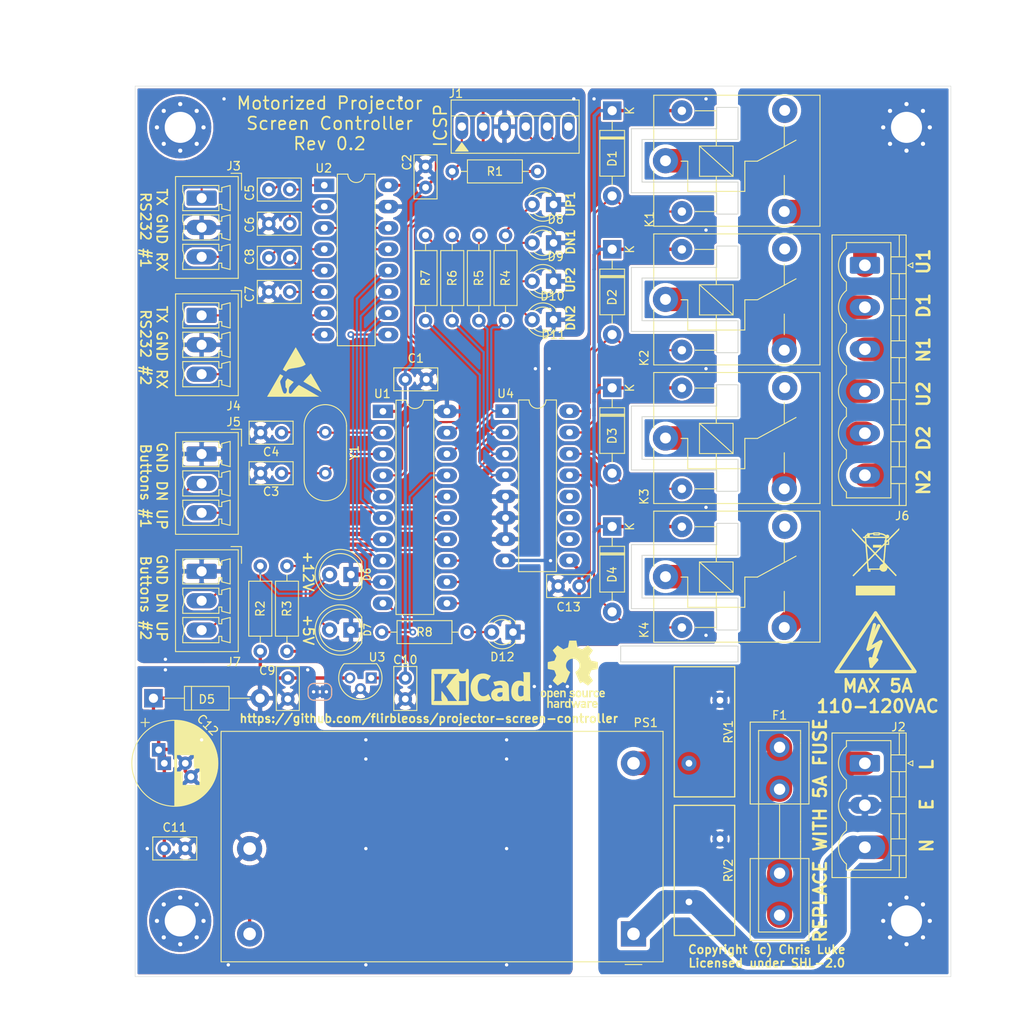
<source format=kicad_pcb>
(kicad_pcb (version 20171130) (host pcbnew "(5.1.4)-1")
  (title_block (title "Projector Screen Controller") (date 2019-09-22) (rev 0.2) (company "Flirble Open Source") (comment 1 https://github.com/flirbleoss/projector-screen-controller) (comment 2 "Copyright (c) 2019 Chris Luke; licensed under SHL-2.0"))
  (layers (0 F.Cu signal) (31 B.Cu signal) (34 B.Paste user) (35 F.Paste user) (36 B.SilkS user) (37 F.SilkS user) (38 B.Mask user) (39 F.Mask user) (44 Edge.Cuts user))
  (net 0 "")
  (net 1 +5V)
  (net 2 GND)
  (net 3 "Net-(C3-Pad1)")
  (net 4 "Net-(C4-Pad1)")
  (net 5 "Net-(C5-Pad1)")
  (net 6 "Net-(C5-Pad2)")
  (net 7 "Net-(C6-Pad2)")
  (net 8 "Net-(C7-Pad2)")
  (net 9 "Net-(C8-Pad1)")
  (net 10 "Net-(C8-Pad2)")
  (net 11 /MCU/D2_DN_TTL)
  (net 12 /MCU/D1_UP_TTL)
  (net 13 /MCU/D1_DN_TTL)
  (net 14 /MCU/D2_UP_TTL)
  (net 15 "Net-(U1-Pad5)")
  (net 16 "Net-(U1-Pad6)")
  (net 17 "Net-(U1-Pad8)")
  (net 18 /MCU/RX1)
  (net 19 /MCU/TX1)
  (net 20 /MCU/TX2)
  (net 21 /MCU/RX2)
  (net 22 +12V)
  (net 23 LINE)
  (net 24 Earth_Protective)
  (net 25 NEUT)
  (net 26 /Relay/D1_UP_AC)
  (net 27 /Relay/D1_DN_AC)
  (net 28 /Relay/D2_UP_AC)
  (net 29 /Relay/D2_DN_AC)
  (net 30 "Net-(D1-Pad2)")
  (net 31 "Net-(D2-Pad2)")
  (net 32 "Net-(D3-Pad2)")
  (net 33 "Net-(D4-Pad2)")
  (net 34 "Net-(F1-Pad2)")
  (net 35 "Net-(J1-Pad1)")
  (net 36 "Net-(J1-Pad4)")
  (net 37 "Net-(J1-Pad5)")
  (net 38 "Net-(U1-Pad9)")
  (net 39 "Net-(J1-Pad6)")
  (net 40 /MCU/BUT1_DN)
  (net 41 /MCU/BUT1_UP)
  (net 42 /MCU/BUT2_UP)
  (net 43 /MCU/BUT2_DN)
  (net 44 "Net-(K1-Pad4)")
  (net 45 "Net-(K2-Pad4)")
  (net 46 "Net-(K3-Pad4)")
  (net 47 "Net-(K4-Pad4)")
  (net 48 "Net-(U4-Pad10)")
  (net 49 "Net-(U4-Pad11)")
  (net 50 "Net-(U4-Pad12)")
  (net 51 "Net-(D6-Pad2)")
  (net 52 "Net-(D7-Pad2)")
  (net 53 "Net-(D8-Pad2)")
  (net 54 "Net-(D9-Pad2)")
  (net 55 "Net-(D10-Pad2)")
  (net 56 "Net-(D11-Pad2)")
  (net 57 "Net-(D12-Pad2)")
  (net 58 "Net-(R8-Pad1)")
  (net 59 GNDPWR)
  (net 60 "Net-(H3-Pad1)")
  (net 61 "Net-(H4-Pad1)")
  (module Mounting_Holes:MountingHole_3.7mm_Pad_Via (layer F.Cu) (at 80 144.5)
    (fp_text reference H4 hide)
    (fp_text value MountingHole_Pad hide)
    (pad 1 thru_hole circle (at 0 0) (size 7.4 7.4) (drill 3.7) (layers *.Cu *.Mask) (net 61 "Net-(H4-Pad1)"))
    (pad 1 thru_hole circle (at 2.775 0) (size 0.8 0.8) (drill 0.5) (layers *.Cu *.Mask) (net 61 "Net-(H4-Pad1)"))
    (pad 1 thru_hole circle (at 1.962221 1.962221) (size 0.8 0.8) (drill 0.5) (layers *.Cu *.Mask) (net 61 "Net-(H4-Pad1)"))
    (pad 1 thru_hole circle (at 0 2.775) (size 0.8 0.8) (drill 0.5) (layers *.Cu *.Mask) (net 61 "Net-(H4-Pad1)"))
    (pad 1 thru_hole circle (at -1.962221 1.962221) (size 0.8 0.8) (drill 0.5) (layers *.Cu *.Mask) (net 61 "Net-(H4-Pad1)"))
    (pad 1 thru_hole circle (at -2.775 0) (size 0.8 0.8) (drill 0.5) (layers *.Cu *.Mask) (net 61 "Net-(H4-Pad1)"))
    (pad 1 thru_hole circle (at -1.962221 -1.962221) (size 0.8 0.8) (drill 0.5) (layers *.Cu *.Mask) (net 61 "Net-(H4-Pad1)"))
    (pad 1 thru_hole circle (at 0 -2.775) (size 0.8 0.8) (drill 0.5) (layers *.Cu *.Mask) (net 61 "Net-(H4-Pad1)"))
    (pad 1 thru_hole circle (at 1.962221 -1.962221) (size 0.8 0.8) (drill 0.5) (layers *.Cu *.Mask) (net 61 "Net-(H4-Pad1)"))
  )
  (module Mounting_Holes:MountingHole_3.7mm_Pad_Via (layer F.Cu) (at 80 50)
    (fp_text reference H3 hide)
    (fp_text value MountingHole_Pad hide)
    (pad 1 thru_hole circle (at 0 0) (size 7.4 7.4) (drill 3.7) (layers *.Cu *.Mask) (net 60 "Net-(H3-Pad1)"))
    (pad 1 thru_hole circle (at 2.775 0) (size 0.8 0.8) (drill 0.5) (layers *.Cu *.Mask) (net 60 "Net-(H3-Pad1)"))
    (pad 1 thru_hole circle (at 1.962221 1.962221) (size 0.8 0.8) (drill 0.5) (layers *.Cu *.Mask) (net 60 "Net-(H3-Pad1)"))
    (pad 1 thru_hole circle (at 0 2.775) (size 0.8 0.8) (drill 0.5) (layers *.Cu *.Mask) (net 60 "Net-(H3-Pad1)"))
    (pad 1 thru_hole circle (at -1.962221 1.962221) (size 0.8 0.8) (drill 0.5) (layers *.Cu *.Mask) (net 60 "Net-(H3-Pad1)"))
    (pad 1 thru_hole circle (at -2.775 0) (size 0.8 0.8) (drill 0.5) (layers *.Cu *.Mask) (net 60 "Net-(H3-Pad1)"))
    (pad 1 thru_hole circle (at -1.962221 -1.962221) (size 0.8 0.8) (drill 0.5) (layers *.Cu *.Mask) (net 60 "Net-(H3-Pad1)"))
    (pad 1 thru_hole circle (at 0 -2.775) (size 0.8 0.8) (drill 0.5) (layers *.Cu *.Mask) (net 60 "Net-(H3-Pad1)"))
    (pad 1 thru_hole circle (at 1.962221 -1.962221) (size 0.8 0.8) (drill 0.5) (layers *.Cu *.Mask) (net 60 "Net-(H3-Pad1)"))
  )
  (module Diode_THT:D_DO-41_SOD81_P10.16mm_Horizontal (layer F.Cu) (at 131.445 81.026 270)
    (fp_text reference D3 (at 5.715 0 90) (layer F.SilkS))
    (fp_text value 1N4004)
    (fp_text user K (at 0 -2.1 90) (layer F.SilkS))
    (pad 2 thru_hole oval (at 10.16 0 270) (size 2.2 2.2) (drill 1.1) (layers *.Cu *.Mask) (net 32 "Net-(D3-Pad2)"))
    (pad 1 thru_hole rect (at 0 0 270) (size 2.2 2.2) (drill 1.1) (layers *.Cu *.Mask) (net 22 +12V))
  )
  (module Diodes_THT:D_DO-41_SOD81_P12.70mm_Horizontal (layer F.Cu) (at 76.8096 117.983)
    (fp_text reference D5 (at 6.35 0.127) (layer F.SilkS))
    (fp_text value 15V)
    (pad 1 thru_hole rect (at 0 0) (size 2.2 2.2) (drill 1.1) (layers *.Cu *.Mask) (net 22 +12V))
    (pad 2 thru_hole oval (at 12.7 0) (size 2.2 2.2) (drill 1.1) (layers *.Cu *.Mask) (net 59 GNDPWR))
  )
  (module Capacitor_THT:CP_Radial_D10.0mm_P2.50mm_P5.00mm (layer F.Cu) (at 78.105 125.73)
    (fp_text reference C12 (at 5.1562 -4.572 315) (layer F.SilkS))
    (fp_text value 470uF/25V)
    (pad 2 thru_hole circle (at 3.170937 1.6) (size 1.6 1.6) (drill 0.8) (layers *.Cu *.Mask) (net 59 GNDPWR))
    (pad 1 thru_hole rect (at -0.670937 -1.6) (size 1.6 1.6) (drill 0.8) (layers *.Cu *.Mask) (net 22 +12V))
    (pad 2 thru_hole circle (at 2.5 0) (size 1.6 1.6) (drill 0.8) (layers *.Cu *.Mask) (net 59 GNDPWR))
    (pad 1 thru_hole rect (at 0 0) (size 1.6 1.6) (drill 0.8) (layers *.Cu *.Mask) (net 22 +12V))
  )
  (module LED_THT:LED_D3.0mm (layer F.Cu) (at 119.634 110.109 180)
    (fp_text reference D12 (at 1.27 -2.96) (layer F.SilkS))
    (fp_text value LED)
    (pad 2 thru_hole circle (at 2.54 0 180) (size 1.8 1.8) (drill 0.9) (layers *.Cu *.Mask) (net 57 "Net-(D12-Pad2)"))
    (pad 1 thru_hole rect (at 0 0 180) (size 1.8 1.8) (drill 0.9) (layers *.Cu *.Mask) (net 2 GND))
  )
  (module Package_DIP:DIP-16_W7.62mm_LongPads (layer F.Cu) (at 118.745 83.7946)
    (fp_text reference U4 (at 0 -2.0955) (layer F.SilkS))
    (fp_text value ULN2003A)
    (pad 16 thru_hole oval (at 7.62 0) (size 2.4 1.6) (drill 0.8) (layers *.Cu *.Mask) (net 30 "Net-(D1-Pad2)"))
    (pad 8 thru_hole oval (at 0 17.78) (size 2.4 1.6) (drill 0.8) (layers *.Cu *.Mask) (net 59 GNDPWR))
    (pad 15 thru_hole oval (at 7.62 2.54) (size 2.4 1.6) (drill 0.8) (layers *.Cu *.Mask) (net 31 "Net-(D2-Pad2)"))
    (pad 7 thru_hole oval (at 0 15.24) (size 2.4 1.6) (drill 0.8) (layers *.Cu *.Mask) (net 2 GND))
    (pad 14 thru_hole oval (at 7.62 5.08) (size 2.4 1.6) (drill 0.8) (layers *.Cu *.Mask) (net 32 "Net-(D3-Pad2)"))
    (pad 6 thru_hole oval (at 0 12.7) (size 2.4 1.6) (drill 0.8) (layers *.Cu *.Mask) (net 2 GND))
    (pad 13 thru_hole oval (at 7.62 7.62) (size 2.4 1.6) (drill 0.8) (layers *.Cu *.Mask) (net 33 "Net-(D4-Pad2)"))
    (pad 5 thru_hole oval (at 0 10.16) (size 2.4 1.6) (drill 0.8) (layers *.Cu *.Mask) (net 2 GND))
    (pad 12 thru_hole oval (at 7.62 10.16) (size 2.4 1.6) (drill 0.8) (layers *.Cu *.Mask) (net 50 "Net-(U4-Pad12)"))
    (pad 4 thru_hole oval (at 0 7.62) (size 2.4 1.6) (drill 0.8) (layers *.Cu *.Mask) (net 11 /MCU/D2_DN_TTL))
    (pad 11 thru_hole oval (at 7.62 12.7) (size 2.4 1.6) (drill 0.8) (layers *.Cu *.Mask) (net 49 "Net-(U4-Pad11)"))
    (pad 3 thru_hole oval (at 0 5.08) (size 2.4 1.6) (drill 0.8) (layers *.Cu *.Mask) (net 14 /MCU/D2_UP_TTL))
    (pad 10 thru_hole oval (at 7.62 15.24) (size 2.4 1.6) (drill 0.8) (layers *.Cu *.Mask) (net 48 "Net-(U4-Pad10)"))
    (pad 2 thru_hole oval (at 0 2.54) (size 2.4 1.6) (drill 0.8) (layers *.Cu *.Mask) (net 13 /MCU/D1_DN_TTL))
    (pad 9 thru_hole oval (at 7.62 17.78) (size 2.4 1.6) (drill 0.8) (layers *.Cu *.Mask) (net 22 +12V))
    (pad 1 thru_hole rect (at 0 0) (size 2.4 1.6) (drill 0.8) (layers *.Cu *.Mask) (net 12 /MCU/D1_UP_TTL))
  )
  (module Package_TO_SOT_THT:TO-92L (layer F.Cu) (at 102.743 115.57 180)
    (fp_text reference U3 (at -0.6985 2.4765) (layer F.SilkS))
    (fp_text value L78L05_TO92)
    (pad 1 thru_hole rect (at 0 0 270) (size 1.3 1.3) (drill 0.75) (layers *.Cu *.Mask) (net 1 +5V))
    (pad 3 thru_hole circle (at 2.54 0 270) (size 1.3 1.3) (drill 0.75) (layers *.Cu *.Mask) (net 22 +12V))
    (pad 2 thru_hole circle (at 1.28 -1.27 270) (size 1.3 1.3) (drill 0.75) (layers *.Cu *.Mask) (net 2 GND))
  )
  (module Crystal:Crystal_HC49-4H_Vertical (layer F.Cu) (at 97.282 91.186 90)
    (fp_text reference Y1 (at 2.4384 3.4544 90) (layer F.SilkS))
    (fp_text value 8MHz)
    (pad 2 thru_hole circle (at 4.88 0 90) (size 1.5 1.5) (drill 0.8) (layers *.Cu *.Mask) (net 4 "Net-(C4-Pad1)"))
    (pad 1 thru_hole circle (at 0 0 90) (size 1.5 1.5) (drill 0.8) (layers *.Cu *.Mask) (net 3 "Net-(C3-Pad1)"))
  )
  (module Relay_THT:Relay_SPDT_SANYOU_SRD_Series_Form_C (layer F.Cu) (at 137.795 103.505)
    (fp_text reference K4 (at -2.54 6.35 90) (layer F.SilkS))
    (fp_text value JS1-12V-F)
    (pad 1 thru_hole circle (at 0 0 90) (size 3 3) (drill 1.3) (layers *.Cu *.Mask) (net 23 LINE))
    (pad 5 thru_hole circle (at 1.95 -5.95 90) (size 2.5 2.5) (drill 1) (layers *.Cu *.Mask) (net 22 +12V))
    (pad 4 thru_hole circle (at 14.2 -6 90) (size 3 3) (drill 1.3) (layers *.Cu *.Mask) (net 47 "Net-(K4-Pad4)"))
    (pad 3 thru_hole circle (at 14.15 6.05 90) (size 3 3) (drill 1.3) (layers *.Cu *.Mask) (net 29 /Relay/D2_DN_AC))
    (pad 2 thru_hole circle (at 1.95 6.05 90) (size 2.5 2.5) (drill 1) (layers *.Cu *.Mask) (net 33 "Net-(D4-Pad2)"))
  )
  (module Relay_THT:Relay_SPDT_SANYOU_SRD_Series_Form_C (layer F.Cu) (at 137.795 86.995)
    (fp_text reference K3 (at -2.54 6.985 90) (layer F.SilkS))
    (fp_text value JS1-12V-F)
    (pad 1 thru_hole circle (at 0 0 90) (size 3 3) (drill 1.3) (layers *.Cu *.Mask) (net 23 LINE))
    (pad 5 thru_hole circle (at 1.95 -5.95 90) (size 2.5 2.5) (drill 1) (layers *.Cu *.Mask) (net 22 +12V))
    (pad 4 thru_hole circle (at 14.2 -6 90) (size 3 3) (drill 1.3) (layers *.Cu *.Mask) (net 46 "Net-(K3-Pad4)"))
    (pad 3 thru_hole circle (at 14.15 6.05 90) (size 3 3) (drill 1.3) (layers *.Cu *.Mask) (net 28 /Relay/D2_UP_AC))
    (pad 2 thru_hole circle (at 1.95 6.05 90) (size 2.5 2.5) (drill 1) (layers *.Cu *.Mask) (net 32 "Net-(D3-Pad2)"))
  )
  (module Relay_THT:Relay_SPDT_SANYOU_SRD_Series_Form_C (layer F.Cu) (at 137.795 70.485)
    (fp_text reference K2 (at -2.54 6.985 90) (layer F.SilkS))
    (fp_text value JS1-12V-F)
    (pad 1 thru_hole circle (at 0 0 90) (size 3 3) (drill 1.3) (layers *.Cu *.Mask) (net 23 LINE))
    (pad 5 thru_hole circle (at 1.95 -5.95 90) (size 2.5 2.5) (drill 1) (layers *.Cu *.Mask) (net 22 +12V))
    (pad 4 thru_hole circle (at 14.2 -6 90) (size 3 3) (drill 1.3) (layers *.Cu *.Mask) (net 45 "Net-(K2-Pad4)"))
    (pad 3 thru_hole circle (at 14.15 6.05 90) (size 3 3) (drill 1.3) (layers *.Cu *.Mask) (net 27 /Relay/D1_DN_AC))
    (pad 2 thru_hole circle (at 1.95 6.05 90) (size 2.5 2.5) (drill 1) (layers *.Cu *.Mask) (net 31 "Net-(D2-Pad2)"))
  )
  (module Relay_THT:Relay_SPDT_SANYOU_SRD_Series_Form_C (layer F.Cu) (at 137.795 53.975)
    (fp_text reference K1 (at -1.905 6.985 90) (layer F.SilkS))
    (fp_text value JS1-12V-F)
    (pad 1 thru_hole circle (at 0 0 90) (size 3 3) (drill 1.3) (layers *.Cu *.Mask) (net 23 LINE))
    (pad 5 thru_hole circle (at 1.95 -5.95 90) (size 2.5 2.5) (drill 1) (layers *.Cu *.Mask) (net 22 +12V))
    (pad 4 thru_hole circle (at 14.2 -6 90) (size 3 3) (drill 1.3) (layers *.Cu *.Mask) (net 44 "Net-(K1-Pad4)"))
    (pad 3 thru_hole circle (at 14.15 6.05 90) (size 3 3) (drill 1.3) (layers *.Cu *.Mask) (net 26 /Relay/D1_UP_AC))
    (pad 2 thru_hole circle (at 1.95 6.05 90) (size 2.5 2.5) (drill 1) (layers *.Cu *.Mask) (net 30 "Net-(D1-Pad2)"))
  )
  (module LED_THT:LED_D3.0mm (layer F.Cu) (at 124.46 72.898 180)
    (fp_text reference D11 (at 0 -1.778 180) (layer F.SilkS))
    (fp_text value LED)
    (pad 2 thru_hole circle (at 2.54 0 180) (size 1.8 1.8) (drill 0.9) (layers *.Cu *.Mask) (net 56 "Net-(D11-Pad2)"))
    (pad 1 thru_hole rect (at 0 0 180) (size 1.8 1.8) (drill 0.9) (layers *.Cu *.Mask) (net 2 GND))
  )
  (module LED_THT:LED_D3.0mm (layer F.Cu) (at 124.46 68.326 180)
    (fp_text reference D10 (at 0.127 -1.778 180) (layer F.SilkS))
    (fp_text value LED)
    (pad 2 thru_hole circle (at 2.54 0 180) (size 1.8 1.8) (drill 0.9) (layers *.Cu *.Mask) (net 55 "Net-(D10-Pad2)"))
    (pad 1 thru_hole rect (at 0 0 180) (size 1.8 1.8) (drill 0.9) (layers *.Cu *.Mask) (net 2 GND))
  )
  (module LED_THT:LED_D3.0mm (layer F.Cu) (at 124.46 63.754 180)
    (fp_text reference D9 (at -0.254 -1.651 180) (layer F.SilkS))
    (fp_text value LED)
    (pad 2 thru_hole circle (at 2.54 0 180) (size 1.8 1.8) (drill 0.9) (layers *.Cu *.Mask) (net 54 "Net-(D9-Pad2)"))
    (pad 1 thru_hole rect (at 0 0 180) (size 1.8 1.8) (drill 0.9) (layers *.Cu *.Mask) (net 2 GND))
  )
  (module LED_THT:LED_D3.0mm (layer F.Cu) (at 124.46 59.182 180)
    (fp_text reference D8 (at -0.254 -1.778 180) (layer F.SilkS))
    (fp_text value LED)
    (pad 2 thru_hole circle (at 2.54 0 180) (size 1.8 1.8) (drill 0.9) (layers *.Cu *.Mask) (net 53 "Net-(D8-Pad2)"))
    (pad 1 thru_hole rect (at 0 0 180) (size 1.8 1.8) (drill 0.9) (layers *.Cu *.Mask) (net 2 GND))
  )
  (module LED_THT:LED_D5.0mm (layer F.Cu) (at 100.33 109.855 180)
    (fp_text reference D7 (at -1.9812 0.0254 90) (layer F.SilkS) (effects (font (size 0.8 0.8))))
    (fp_text value LED)
    (pad 2 thru_hole circle (at 2.54 0 180) (size 1.8 1.8) (drill 0.9) (layers *.Cu *.Mask) (net 52 "Net-(D7-Pad2)"))
    (pad 1 thru_hole rect (at 0 0 180) (size 1.8 1.8) (drill 0.9) (layers *.Cu *.Mask) (net 2 GND))
  )
  (module LED_THT:LED_D5.0mm (layer F.Cu) (at 100.33 103.251 180)
    (fp_text reference D6 (at -1.9304 0.0254 90) (layer F.SilkS) (effects (font (size 0.8 0.8))))
    (fp_text value LED)
    (pad 2 thru_hole circle (at 2.54 0 180) (size 1.8 1.8) (drill 0.9) (layers *.Cu *.Mask) (net 51 "Net-(D6-Pad2)"))
    (pad 1 thru_hole rect (at 0 0 180) (size 1.8 1.8) (drill 0.9) (layers *.Cu *.Mask) (net 2 GND))
  )
  (module Diode_THT:D_DO-41_SOD81_P10.16mm_Horizontal (layer F.Cu) (at 131.445 97.536 270)
    (fp_text reference D4 (at 5.715 0 90) (layer F.SilkS))
    (fp_text value 1N4004)
    (fp_text user K (at 0 -2.1 90) (layer F.SilkS))
    (pad 2 thru_hole oval (at 10.16 0 270) (size 2.2 2.2) (drill 1.1) (layers *.Cu *.Mask) (net 33 "Net-(D4-Pad2)"))
    (pad 1 thru_hole rect (at 0 0 270) (size 2.2 2.2) (drill 1.1) (layers *.Cu *.Mask) (net 22 +12V))
  )
  (module Diode_THT:D_DO-41_SOD81_P10.16mm_Horizontal (layer F.Cu) (at 131.445 64.516 270)
    (fp_text reference D2 (at 5.715 0 90) (layer F.SilkS))
    (fp_text value 1N4004)
    (fp_text user K (at 0 -2.1 90) (layer F.SilkS))
    (pad 2 thru_hole oval (at 10.16 0 270) (size 2.2 2.2) (drill 1.1) (layers *.Cu *.Mask) (net 31 "Net-(D2-Pad2)"))
    (pad 1 thru_hole rect (at 0 0 270) (size 2.2 2.2) (drill 1.1) (layers *.Cu *.Mask) (net 22 +12V))
  )
  (module Diode_THT:D_DO-41_SOD81_P10.16mm_Horizontal (layer F.Cu) (at 131.445 48.006 270)
    (fp_text reference D1 (at 5.715 0 90) (layer F.SilkS))
    (fp_text value 1N4004)
    (fp_text user K (at 0 -2.1 90) (layer F.SilkS))
    (pad 2 thru_hole oval (at 10.16 0 270) (size 2.2 2.2) (drill 1.1) (layers *.Cu *.Mask) (net 30 "Net-(D1-Pad2)"))
    (pad 1 thru_hole rect (at 0 0 270) (size 2.2 2.2) (drill 1.1) (layers *.Cu *.Mask) (net 22 +12V))
  )
  (module Capacitor_THT:C_Disc_D5.0mm_W2.5mm_P2.50mm (layer F.Cu) (at 127.508 104.6226 180)
    (fp_text reference C13 (at 1.25 -2.5) (layer F.SilkS))
    (fp_text value 0.1uF)
    (pad 2 thru_hole circle (at 2.5 0 180) (size 1.6 1.6) (drill 0.8) (layers *.Cu *.Mask) (net 59 GNDPWR))
    (pad 1 thru_hole circle (at 0 0 180) (size 1.6 1.6) (drill 0.8) (layers *.Cu *.Mask) (net 22 +12V))
  )
  (module Capacitor_THT:C_Disc_D5.0mm_W2.5mm_P2.50mm (layer F.Cu) (at 78.095191 135.872129)
    (fp_text reference C11 (at 1.25 -2.5) (layer F.SilkS))
    (fp_text value 1uF/25V)
    (pad 2 thru_hole circle (at 2.5 0) (size 1.6 1.6) (drill 0.8) (layers *.Cu *.Mask) (net 59 GNDPWR))
    (pad 1 thru_hole circle (at 0 0) (size 1.6 1.6) (drill 0.8) (layers *.Cu *.Mask) (net 22 +12V))
  )
  (module Capacitor_THT:C_Disc_D5.0mm_W2.5mm_P2.50mm (layer F.Cu) (at 106.807 115.57 270)
    (fp_text reference C10 (at -2.159 0 180) (layer F.SilkS))
    (fp_text value 0.1uF)
    (pad 2 thru_hole circle (at 2.5 0 270) (size 1.6 1.6) (drill 0.8) (layers *.Cu *.Mask) (net 2 GND))
    (pad 1 thru_hole circle (at 0 0 270) (size 1.6 1.6) (drill 0.8) (layers *.Cu *.Mask) (net 1 +5V))
  )
  (module Capacitor_THT:C_Disc_D5.0mm_W2.5mm_P2.50mm (layer F.Cu) (at 92.8116 115.57 270)
    (fp_text reference C9 (at -0.889 2.4511 180) (layer F.SilkS))
    (fp_text value 0.33uF)
    (pad 2 thru_hole circle (at 2.5 0 270) (size 1.6 1.6) (drill 0.8) (layers *.Cu *.Mask) (net 59 GNDPWR))
    (pad 1 thru_hole circle (at 0 0 270) (size 1.6 1.6) (drill 0.8) (layers *.Cu *.Mask) (net 22 +12V))
  )
  (module Capacitor_THT:C_Disc_D5.0mm_W2.5mm_P2.50mm (layer F.Cu) (at 90.551 65.532)
    (fp_text reference C8 (at -2.286 -0.127 90) (layer F.SilkS))
    (fp_text value 1uF)
    (pad 2 thru_hole circle (at 2.5 0) (size 1.6 1.6) (drill 0.8) (layers *.Cu *.Mask) (net 10 "Net-(C8-Pad2)"))
    (pad 1 thru_hole circle (at 0 0) (size 1.6 1.6) (drill 0.8) (layers *.Cu *.Mask) (net 9 "Net-(C8-Pad1)"))
  )
  (module Capacitor_THT:C_Disc_D5.0mm_W2.5mm_P2.50mm (layer F.Cu) (at 90.551 69.596)
    (fp_text reference C7 (at -2.286 0.254 90) (layer F.SilkS))
    (fp_text value 1uF)
    (pad 2 thru_hole circle (at 2.5 0) (size 1.6 1.6) (drill 0.8) (layers *.Cu *.Mask) (net 8 "Net-(C7-Pad2)"))
    (pad 1 thru_hole circle (at 0 0) (size 1.6 1.6) (drill 0.8) (layers *.Cu *.Mask) (net 2 GND))
  )
  (module Capacitor_THT:C_Disc_D5.0mm_W2.5mm_P2.50mm (layer F.Cu) (at 90.551 61.468)
    (fp_text reference C6 (at -2.286 0.127 90) (layer F.SilkS))
    (fp_text value 1uF)
    (pad 2 thru_hole circle (at 2.5 0) (size 1.6 1.6) (drill 0.8) (layers *.Cu *.Mask) (net 7 "Net-(C6-Pad2)"))
    (pad 1 thru_hole circle (at 0 0) (size 1.6 1.6) (drill 0.8) (layers *.Cu *.Mask) (net 2 GND))
  )
  (module Capacitor_THT:C_Disc_D5.0mm_W2.5mm_P2.50mm (layer F.Cu) (at 90.551 57.404)
    (fp_text reference C5 (at -2.286 0.381 90) (layer F.SilkS))
    (fp_text value 1uF)
    (pad 2 thru_hole circle (at 2.5 0) (size 1.6 1.6) (drill 0.8) (layers *.Cu *.Mask) (net 6 "Net-(C5-Pad2)"))
    (pad 1 thru_hole circle (at 0 0) (size 1.6 1.6) (drill 0.8) (layers *.Cu *.Mask) (net 5 "Net-(C5-Pad1)"))
  )
  (module Capacitor_THT:C_Disc_D5.0mm_W2.5mm_P2.50mm (layer F.Cu) (at 92.075 86.36 180)
    (fp_text reference C4 (at 1.2446 -2.286) (layer F.SilkS))
    (fp_text value 33pF)
    (pad 2 thru_hole circle (at 2.5 0 180) (size 1.6 1.6) (drill 0.8) (layers *.Cu *.Mask) (net 2 GND))
    (pad 1 thru_hole circle (at 0 0 180) (size 1.6 1.6) (drill 0.8) (layers *.Cu *.Mask) (net 4 "Net-(C4-Pad1)"))
  )
  (module Capacitor_THT:C_Disc_D5.0mm_W2.5mm_P2.50mm (layer F.Cu) (at 92.075 91.186 180)
    (fp_text reference C3 (at 1.25 -2.1844) (layer F.SilkS))
    (fp_text value 330pF)
    (pad 2 thru_hole circle (at 2.5 0 180) (size 1.6 1.6) (drill 0.8) (layers *.Cu *.Mask) (net 2 GND))
    (pad 1 thru_hole circle (at 0 0 180) (size 1.6 1.6) (drill 0.8) (layers *.Cu *.Mask) (net 3 "Net-(C3-Pad1)"))
  )
  (module Capacitor_THT:C_Disc_D5.0mm_W2.5mm_P2.50mm (layer F.Cu) (at 109.22 57.15 90)
    (fp_text reference C2 (at 2.9845 -2.2225 90) (layer F.SilkS))
    (fp_text value 1uF)
    (pad 2 thru_hole circle (at 2.5 0 90) (size 1.6 1.6) (drill 0.8) (layers *.Cu *.Mask) (net 2 GND))
    (pad 1 thru_hole circle (at 0 0 90) (size 1.6 1.6) (drill 0.8) (layers *.Cu *.Mask) (net 1 +5V))
  )
  (module Capacitor_THT:C_Disc_D5.0mm_W2.5mm_P2.50mm (layer F.Cu) (at 106.807 80.01)
    (fp_text reference C1 (at 1.25 -2.5) (layer F.SilkS))
    (fp_text value 0.1uF)
    (pad 2 thru_hole circle (at 2.5 0) (size 1.6 1.6) (drill 0.8) (layers *.Cu *.Mask) (net 2 GND))
    (pad 1 thru_hole circle (at 0 0) (size 1.6 1.6) (drill 0.8) (layers *.Cu *.Mask) (net 1 +5V))
  )
  (module Resistor_THT:R_Axial_DIN0207_L6.3mm_D2.5mm_P10.16mm_Horizontal (layer F.Cu) (at 104.013 110.109)
    (fp_text reference R8 (at 5.08 0) (layer F.SilkS))
    (fp_text value 330R)
    (pad 2 thru_hole oval (at 10.16 0) (size 1.6 1.6) (drill 0.8) (layers *.Cu *.Mask) (net 57 "Net-(D12-Pad2)"))
    (pad 1 thru_hole circle (at 0 0) (size 1.6 1.6) (drill 0.8) (layers *.Cu *.Mask) (net 58 "Net-(R8-Pad1)"))
  )
  (module Resistor_THT:R_Axial_DIN0207_L6.3mm_D2.5mm_P10.16mm_Horizontal (layer F.Cu) (at 109.22 73.025 90)
    (fp_text reference R7 (at 5.08 0 90) (layer F.SilkS))
    (fp_text value 330R)
    (pad 2 thru_hole oval (at 10.16 0 90) (size 1.6 1.6) (drill 0.8) (layers *.Cu *.Mask) (net 56 "Net-(D11-Pad2)"))
    (pad 1 thru_hole circle (at 0 0 90) (size 1.6 1.6) (drill 0.8) (layers *.Cu *.Mask) (net 11 /MCU/D2_DN_TTL))
  )
  (module Resistor_THT:R_Axial_DIN0207_L6.3mm_D2.5mm_P10.16mm_Horizontal (layer F.Cu) (at 112.395 73.025 90)
    (fp_text reference R6 (at 5.08 0 90) (layer F.SilkS))
    (fp_text value 330R)
    (pad 2 thru_hole oval (at 10.16 0 90) (size 1.6 1.6) (drill 0.8) (layers *.Cu *.Mask) (net 55 "Net-(D10-Pad2)"))
    (pad 1 thru_hole circle (at 0 0 90) (size 1.6 1.6) (drill 0.8) (layers *.Cu *.Mask) (net 14 /MCU/D2_UP_TTL))
  )
  (module Resistor_THT:R_Axial_DIN0207_L6.3mm_D2.5mm_P10.16mm_Horizontal (layer F.Cu) (at 115.57 73.025 90)
    (fp_text reference R5 (at 5.08 0 90) (layer F.SilkS))
    (fp_text value 330R)
    (pad 2 thru_hole oval (at 10.16 0 90) (size 1.6 1.6) (drill 0.8) (layers *.Cu *.Mask) (net 54 "Net-(D9-Pad2)"))
    (pad 1 thru_hole circle (at 0 0 90) (size 1.6 1.6) (drill 0.8) (layers *.Cu *.Mask) (net 13 /MCU/D1_DN_TTL))
  )
  (module Resistor_THT:R_Axial_DIN0207_L6.3mm_D2.5mm_P10.16mm_Horizontal (layer F.Cu) (at 92.71 112.395 90)
    (fp_text reference R3 (at 5.08 0 90) (layer F.SilkS))
    (fp_text value 330R)
    (pad 2 thru_hole oval (at 10.16 0 90) (size 1.6 1.6) (drill 0.8) (layers *.Cu *.Mask) (net 52 "Net-(D7-Pad2)"))
    (pad 1 thru_hole circle (at 0 0 90) (size 1.6 1.6) (drill 0.8) (layers *.Cu *.Mask) (net 1 +5V))
  )
  (module Resistor_THT:R_Axial_DIN0207_L6.3mm_D2.5mm_P10.16mm_Horizontal (layer F.Cu) (at 89.535 112.395 90)
    (fp_text reference R2 (at 5.08 0 90) (layer F.SilkS))
    (fp_text value 1K)
    (pad 2 thru_hole oval (at 10.16 0 90) (size 1.6 1.6) (drill 0.8) (layers *.Cu *.Mask) (net 51 "Net-(D6-Pad2)"))
    (pad 1 thru_hole circle (at 0 0 90) (size 1.6 1.6) (drill 0.8) (layers *.Cu *.Mask) (net 22 +12V))
  )
  (module Resistor_THT:R_Axial_DIN0207_L6.3mm_D2.5mm_P10.16mm_Horizontal (layer F.Cu) (at 122.555 55.245 180)
    (fp_text reference R1 (at 5.08 0) (layer F.SilkS))
    (fp_text value 10K)
    (pad 2 thru_hole oval (at 10.16 0 180) (size 1.6 1.6) (drill 0.8) (layers *.Cu *.Mask) (net 35 "Net-(J1-Pad1)"))
    (pad 1 thru_hole circle (at 0 0 180) (size 1.6 1.6) (drill 0.8) (layers *.Cu *.Mask) (net 1 +5V))
  )
  (module Resistor_THT:R_Axial_DIN0207_L6.3mm_D2.5mm_P10.16mm_Horizontal (layer F.Cu) (at 118.745 73.025 90)
    (fp_text reference R4 (at 5.08 0 90) (layer F.SilkS))
    (fp_text value 330R)
    (pad 2 thru_hole oval (at 10.16 0 90) (size 1.6 1.6) (drill 0.8) (layers *.Cu *.Mask) (net 53 "Net-(D8-Pad2)"))
    (pad 1 thru_hole circle (at 0 0 90) (size 1.6 1.6) (drill 0.8) (layers *.Cu *.Mask) (net 12 /MCU/D1_UP_TTL))
  )
  (module Package_DIP:DIP-16_W7.62mm_LongPads (layer F.Cu) (at 97.155 56.896)
    (fp_text reference U2 (at -0.0635 -2.032) (layer F.SilkS))
    (fp_text value MAX232I)
    (pad 16 thru_hole oval (at 7.62 0) (size 2.4 1.6) (drill 0.8) (layers *.Cu *.Mask) (net 1 +5V))
    (pad 8 thru_hole oval (at 0 17.78) (size 2.4 1.6) (drill 0.8) (layers *.Cu *.Mask) (net 21 /MCU/RX2))
    (pad 15 thru_hole oval (at 7.62 2.54) (size 2.4 1.6) (drill 0.8) (layers *.Cu *.Mask) (net 2 GND))
    (pad 7 thru_hole oval (at 0 15.24) (size 2.4 1.6) (drill 0.8) (layers *.Cu *.Mask) (net 20 /MCU/TX2))
    (pad 14 thru_hole oval (at 7.62 5.08) (size 2.4 1.6) (drill 0.8) (layers *.Cu *.Mask) (net 19 /MCU/TX1))
    (pad 6 thru_hole oval (at 0 12.7) (size 2.4 1.6) (drill 0.8) (layers *.Cu *.Mask) (net 8 "Net-(C7-Pad2)"))
    (pad 13 thru_hole oval (at 7.62 7.62) (size 2.4 1.6) (drill 0.8) (layers *.Cu *.Mask) (net 18 /MCU/RX1))
    (pad 5 thru_hole oval (at 0 10.16) (size 2.4 1.6) (drill 0.8) (layers *.Cu *.Mask) (net 10 "Net-(C8-Pad2)"))
    (pad 12 thru_hole oval (at 7.62 10.16) (size 2.4 1.6) (drill 0.8) (layers *.Cu *.Mask) (net 17 "Net-(U1-Pad8)"))
    (pad 4 thru_hole oval (at 0 7.62) (size 2.4 1.6) (drill 0.8) (layers *.Cu *.Mask) (net 9 "Net-(C8-Pad1)"))
    (pad 11 thru_hole oval (at 7.62 12.7) (size 2.4 1.6) (drill 0.8) (layers *.Cu *.Mask) (net 16 "Net-(U1-Pad6)"))
    (pad 3 thru_hole oval (at 0 5.08) (size 2.4 1.6) (drill 0.8) (layers *.Cu *.Mask) (net 6 "Net-(C5-Pad2)"))
    (pad 10 thru_hole oval (at 7.62 15.24) (size 2.4 1.6) (drill 0.8) (layers *.Cu *.Mask) (net 15 "Net-(U1-Pad5)"))
    (pad 2 thru_hole oval (at 0 2.54) (size 2.4 1.6) (drill 0.8) (layers *.Cu *.Mask) (net 7 "Net-(C6-Pad2)"))
    (pad 9 thru_hole oval (at 7.62 17.78) (size 2.4 1.6) (drill 0.8) (layers *.Cu *.Mask) (net 38 "Net-(U1-Pad9)"))
    (pad 1 thru_hole rect (at 0 0) (size 2.4 1.6) (drill 0.8) (layers *.Cu *.Mask) (net 5 "Net-(C5-Pad1)"))
  )
  (module Package_DIP:DIP-20_W7.62mm_LongPads (layer F.Cu) (at 104.14 83.82)
    (fp_text reference U1 (at -0.0635 -2.0955) (layer F.SilkS))
    (fp_text value PIC16F15345-I/P)
    (pad 20 thru_hole oval (at 7.62 0) (size 2.4 1.6) (drill 0.8) (layers *.Cu *.Mask) (net 2 GND))
    (pad 10 thru_hole oval (at 0 22.86) (size 2.4 1.6) (drill 0.8) (layers *.Cu *.Mask) (net 11 /MCU/D2_DN_TTL))
    (pad 19 thru_hole oval (at 7.62 2.54) (size 2.4 1.6) (drill 0.8) (layers *.Cu *.Mask) (net 36 "Net-(J1-Pad4)"))
    (pad 9 thru_hole oval (at 0 20.32) (size 2.4 1.6) (drill 0.8) (layers *.Cu *.Mask) (net 38 "Net-(U1-Pad9)"))
    (pad 18 thru_hole oval (at 7.62 5.08) (size 2.4 1.6) (drill 0.8) (layers *.Cu *.Mask) (net 37 "Net-(J1-Pad5)"))
    (pad 8 thru_hole oval (at 0 17.78) (size 2.4 1.6) (drill 0.8) (layers *.Cu *.Mask) (net 17 "Net-(U1-Pad8)"))
    (pad 17 thru_hole oval (at 7.62 7.62) (size 2.4 1.6) (drill 0.8) (layers *.Cu *.Mask) (net 58 "Net-(R8-Pad1)"))
    (pad 7 thru_hole oval (at 0 15.24) (size 2.4 1.6) (drill 0.8) (layers *.Cu *.Mask) (net 43 /MCU/BUT2_DN))
    (pad 16 thru_hole oval (at 7.62 10.16) (size 2.4 1.6) (drill 0.8) (layers *.Cu *.Mask) (net 41 /MCU/BUT1_UP))
    (pad 6 thru_hole oval (at 0 12.7) (size 2.4 1.6) (drill 0.8) (layers *.Cu *.Mask) (net 16 "Net-(U1-Pad6)"))
    (pad 15 thru_hole oval (at 7.62 12.7) (size 2.4 1.6) (drill 0.8) (layers *.Cu *.Mask) (net 40 /MCU/BUT1_DN))
    (pad 5 thru_hole oval (at 0 10.16) (size 2.4 1.6) (drill 0.8) (layers *.Cu *.Mask) (net 15 "Net-(U1-Pad5)"))
    (pad 14 thru_hole oval (at 7.62 15.24) (size 2.4 1.6) (drill 0.8) (layers *.Cu *.Mask) (net 42 /MCU/BUT2_UP))
    (pad 4 thru_hole oval (at 0 7.62) (size 2.4 1.6) (drill 0.8) (layers *.Cu *.Mask) (net 35 "Net-(J1-Pad1)"))
    (pad 13 thru_hole oval (at 7.62 17.78) (size 2.4 1.6) (drill 0.8) (layers *.Cu *.Mask) (net 12 /MCU/D1_UP_TTL))
    (pad 3 thru_hole oval (at 0 5.08) (size 2.4 1.6) (drill 0.8) (layers *.Cu *.Mask) (net 3 "Net-(C3-Pad1)"))
    (pad 12 thru_hole oval (at 7.62 20.32) (size 2.4 1.6) (drill 0.8) (layers *.Cu *.Mask) (net 13 /MCU/D1_DN_TTL))
    (pad 2 thru_hole oval (at 0 2.54) (size 2.4 1.6) (drill 0.8) (layers *.Cu *.Mask) (net 4 "Net-(C4-Pad1)"))
    (pad 11 thru_hole oval (at 7.62 22.86) (size 2.4 1.6) (drill 0.8) (layers *.Cu *.Mask) (net 14 /MCU/D2_UP_TTL))
    (pad 1 thru_hole rect (at 0 0) (size 2.4 1.6) (drill 0.8) (layers *.Cu *.Mask) (net 1 +5V))
  )
  (module Connector_Phoenix_MSTB:PhoenixContact_MSTBVA_2,5_6-G_1x06_P5.00mm_Vertical (layer F.Cu) (at 161.544 66.421 270)
    (fp_text reference J6 (at 29.845 -4.445 180) (layer F.SilkS))
    (fp_text value "MSTBVA 2,5/ 6-G")
    (pad 6 thru_hole oval (at 25 0 270) (size 2 3.6) (drill 1.4) (layers *.Cu *.Mask) (net 25 NEUT))
    (pad 5 thru_hole oval (at 20 0 270) (size 2 3.6) (drill 1.4) (layers *.Cu *.Mask) (net 29 /Relay/D2_DN_AC))
    (pad 4 thru_hole oval (at 15 0 270) (size 2 3.6) (drill 1.4) (layers *.Cu *.Mask) (net 28 /Relay/D2_UP_AC))
    (pad 3 thru_hole oval (at 10 0 270) (size 2 3.6) (drill 1.4) (layers *.Cu *.Mask) (net 25 NEUT))
    (pad 2 thru_hole oval (at 5 0 270) (size 2 3.6) (drill 1.4) (layers *.Cu *.Mask) (net 27 /Relay/D1_DN_AC))
    (pad 1 thru_hole roundrect (at 0 0 270) (size 2 3.6) (drill 1.4) (layers *.Cu *.Mask) (roundrect_rratio 0.125) (net 26 /Relay/D1_UP_AC))
  )
  (module Connector_Phoenix_MC:PhoenixContact_MCV_1,5_3-G-3.5_1x03_P3.50mm_Vertical (layer F.Cu) (at 82.55 102.87 270)
    (fp_text reference J7 (at 10.795 -3.81 180) (layer F.SilkS))
    (fp_text value MCV-3-G)
    (pad 3 thru_hole oval (at 7 0 270) (size 1.8 3.6) (drill 1.2) (layers *.Cu *.Mask) (net 42 /MCU/BUT2_UP))
    (pad 2 thru_hole oval (at 3.5 0 270) (size 1.8 3.6) (drill 1.2) (layers *.Cu *.Mask) (net 43 /MCU/BUT2_DN))
    (pad 1 thru_hole roundrect (at 0 0 270) (size 1.8 3.6) (drill 1.2) (layers *.Cu *.Mask) (roundrect_rratio 0.138889) (net 2 GND))
  )
  (module Connector_Phoenix_MC:PhoenixContact_MCV_1,5_3-G-3.5_1x03_P3.50mm_Vertical (layer F.Cu) (at 82.55 88.9 270)
    (fp_text reference J5 (at -3.81 -3.81 180) (layer F.SilkS))
    (fp_text value MCV-3-G)
    (pad 3 thru_hole oval (at 7 0 270) (size 1.8 3.6) (drill 1.2) (layers *.Cu *.Mask) (net 41 /MCU/BUT1_UP))
    (pad 2 thru_hole oval (at 3.5 0 270) (size 1.8 3.6) (drill 1.2) (layers *.Cu *.Mask) (net 40 /MCU/BUT1_DN))
    (pad 1 thru_hole roundrect (at 0 0 270) (size 1.8 3.6) (drill 1.2) (layers *.Cu *.Mask) (roundrect_rratio 0.138889) (net 2 GND))
  )
  (module Connector_Phoenix_MC:PhoenixContact_MCV_1,5_3-G-3.5_1x03_P3.50mm_Vertical (layer F.Cu) (at 82.55 72.39 270)
    (fp_text reference J4 (at 10.795 -3.81 180) (layer F.SilkS))
    (fp_text value MCV-3-G)
    (pad 3 thru_hole oval (at 7 0 270) (size 1.8 3.6) (drill 1.2) (layers *.Cu *.Mask) (net 21 /MCU/RX2))
    (pad 2 thru_hole oval (at 3.5 0 270) (size 1.8 3.6) (drill 1.2) (layers *.Cu *.Mask) (net 2 GND))
    (pad 1 thru_hole roundrect (at 0 0 270) (size 1.8 3.6) (drill 1.2) (layers *.Cu *.Mask) (roundrect_rratio 0.138889) (net 20 /MCU/TX2))
  )
  (module Connector_Phoenix_MC:PhoenixContact_MCV_1,5_3-G-3.5_1x03_P3.50mm_Vertical (layer F.Cu) (at 82.55 58.42 270)
    (fp_text reference J3 (at -3.81 -3.81 180) (layer F.SilkS))
    (fp_text value MCV-3-G)
    (pad 3 thru_hole oval (at 7 0 270) (size 1.8 3.6) (drill 1.2) (layers *.Cu *.Mask) (net 18 /MCU/RX1))
    (pad 2 thru_hole oval (at 3.5 0 270) (size 1.8 3.6) (drill 1.2) (layers *.Cu *.Mask) (net 2 GND))
    (pad 1 thru_hole roundrect (at 0 0 270) (size 1.8 3.6) (drill 1.2) (layers *.Cu *.Mask) (roundrect_rratio 0.138889) (net 19 /MCU/TX1))
  )
  (module Connector_Phoenix_MSTB:PhoenixContact_MSTBVA_2,5_3-G_1x03_P5.00mm_Vertical (layer F.Cu) (at 161.544 125.73 270)
    (fp_text reference J2 (at -4.318 -4.0005 180) (layer F.SilkS))
    (fp_text value "MSTBVA 2,5 HC/ 3-G")
    (pad 3 thru_hole oval (at 10 0 270) (size 2 3.6) (drill 1.4) (layers *.Cu *.Mask) (net 25 NEUT))
    (pad 2 thru_hole oval (at 5 0 270) (size 2 3.6) (drill 1.4) (layers *.Cu *.Mask) (net 24 Earth_Protective))
    (pad 1 thru_hole roundrect (at 0 0 270) (size 2 3.6) (drill 1.4) (layers *.Cu *.Mask) (roundrect_rratio 0.125) (net 34 "Net-(F1-Pad2)"))
  )
  (module Jumper:SolderJumper-2_P1.3mm_Bridged2Bar_RoundedPad1.0x1.5mm (layer B.Cu) (at 96.632 117.221)
    (fp_text reference JP2 hide)
    (fp_text value SolderJumper_2_Bridged hide)
    (fp_poly (pts (xy -0.25 0.6) (xy 0.25 0.6) (xy 0.25 0.2) (xy -0.25 0.2)) (layer B.Cu) (width 0))
    (fp_poly (pts (xy -0.25 -0.2) (xy 0.25 -0.2) (xy 0.25 -0.6) (xy -0.25 -0.6)) (layer B.Cu) (width 0))
    (pad 1 smd custom (at -0.65 0) (size 1 0.5) (layers B.Cu B.Mask) (net 59 GNDPWR) (options (clearance outline) (anchor rect)) (primitives (gr_circle (center 0 -0.25) (end 0.5 -0.25) (width 0)) (gr_circle (center 0 0.25) (end 0.5 0.25) (width 0)) (gr_poly (pts (xy 0.5 -0.75) (xy 0.5 0.75) (xy 0 0.75) (xy 0 -0.75)) (width 0))))
    (pad 2 smd custom (at 0.65 0) (size 1 0.5) (layers B.Cu B.Mask) (net 2 GND) (options (clearance outline) (anchor rect)) (primitives (gr_circle (center 0 -0.25) (end 0.5 -0.25) (width 0)) (gr_circle (center 0 0.25) (end 0.5 0.25) (width 0)) (gr_poly (pts (xy -0.5 -0.75) (xy -0.5 0.75) (xy 0 0.75) (xy 0 -0.75)) (width 0))))
  )
  (module Jumper:SolderJumper-2_P1.3mm_Bridged2Bar_RoundedPad1.0x1.5mm (layer F.Cu) (at 96.632 117.221)
    (fp_text reference JP1 hide)
    (fp_text value SolderJumper_2_Bridged hide)
    (fp_poly (pts (xy -0.25 -0.6) (xy 0.25 -0.6) (xy 0.25 -0.2) (xy -0.25 -0.2)) (layer F.Cu) (width 0))
    (fp_poly (pts (xy -0.25 0.2) (xy 0.25 0.2) (xy 0.25 0.6) (xy -0.25 0.6)) (layer F.Cu) (width 0))
    (pad 1 smd custom (at -0.65 0) (size 1 0.5) (layers F.Cu F.Mask) (net 59 GNDPWR) (options (clearance outline) (anchor rect)) (primitives (gr_circle (center 0 0.25) (end 0.5 0.25) (width 0)) (gr_circle (center 0 -0.25) (end 0.5 -0.25) (width 0)) (gr_poly (pts (xy 0.5 0.75) (xy 0.5 -0.75) (xy 0 -0.75) (xy 0 0.75)) (width 0))))
    (pad 2 smd custom (at 0.65 0) (size 1 0.5) (layers F.Cu F.Mask) (net 2 GND) (options (clearance outline) (anchor rect)) (primitives (gr_circle (center 0 0.25) (end 0.5 0.25) (width 0)) (gr_circle (center 0 -0.25) (end 0.5 -0.25) (width 0)) (gr_poly (pts (xy -0.5 0.75) (xy -0.5 -0.75) (xy 0 -0.75) (xy 0 0.75)) (width 0))))
  )
  (module Symbols:WEEE-Logo_5.6x8mm_SilkScreen (layer F.Cu) (at 162.814 101.727)
    (fp_text reference REF*** hide)
    (fp_text value WEEE-Logo_5.6x8mm_SilkScreen hide)
  )
  (module Symbols:ESD-Logo_6.6x6mm_SilkScreen (layer F.Cu) (at 93.599 79.121)
    (fp_text reference REF*** hide)
    (fp_text value ESD-Logo_6.6x6mm_SilkScreen hide)
  )
  (module Chris_Power:ACDC-Conv_CUI-PSK-S20C (layer F.Cu) (at 133.985 146.05 180)
    (fp_text reference PS1 (at -1.4605 25.146) (layer F.SilkS))
    (fp_text value PSK-S20C-12)
    (pad 3 thru_hole circle (at 45.72 10.16 180) (size 3 3) (drill 1.5) (layers *.Cu *.Mask) (net 59 GNDPWR))
    (pad 2 thru_hole circle (at 0 20.32 180) (size 3 3) (drill 1.5) (layers *.Cu *.Mask) (net 23 LINE))
    (pad 4 thru_hole circle (at 45.72 0 180) (size 3 3) (drill 1.5) (layers *.Cu *.Mask) (net 22 +12V))
    (pad 1 thru_hole rect (at 0 0 180) (size 3 3) (drill 1.5) (layers *.Cu *.Mask) (net 25 NEUT))
  )
  (module Mounting_Holes:MountingHole_3.7mm_Pad_Via (layer F.Cu) (at 166.5 144.5)
    (fp_text reference H2 hide)
    (fp_text value MountingHole_Pad hide)
    (pad 1 thru_hole circle (at 0 0) (size 7.4 7.4) (drill 3.7) (layers *.Cu *.Mask) (net 24 Earth_Protective))
    (pad 1 thru_hole circle (at 2.775 0) (size 0.8 0.8) (drill 0.5) (layers *.Cu *.Mask) (net 24 Earth_Protective))
    (pad 1 thru_hole circle (at 1.962221 1.962221) (size 0.8 0.8) (drill 0.5) (layers *.Cu *.Mask) (net 24 Earth_Protective))
    (pad 1 thru_hole circle (at 0 2.775) (size 0.8 0.8) (drill 0.5) (layers *.Cu *.Mask) (net 24 Earth_Protective))
    (pad 1 thru_hole circle (at -1.962221 1.962221) (size 0.8 0.8) (drill 0.5) (layers *.Cu *.Mask) (net 24 Earth_Protective))
    (pad 1 thru_hole circle (at -2.775 0) (size 0.8 0.8) (drill 0.5) (layers *.Cu *.Mask) (net 24 Earth_Protective))
    (pad 1 thru_hole circle (at -1.962221 -1.962221) (size 0.8 0.8) (drill 0.5) (layers *.Cu *.Mask) (net 24 Earth_Protective))
    (pad 1 thru_hole circle (at 0 -2.775) (size 0.8 0.8) (drill 0.5) (layers *.Cu *.Mask) (net 24 Earth_Protective))
    (pad 1 thru_hole circle (at 1.962221 -1.962221) (size 0.8 0.8) (drill 0.5) (layers *.Cu *.Mask) (net 24 Earth_Protective))
  )
  (module Mounting_Holes:MountingHole_3.7mm_Pad_Via (layer F.Cu) (at 166.5 50)
    (fp_text reference H1 hide)
    (fp_text value MountingHole_Pad hide)
    (pad 1 thru_hole circle (at 0 0) (size 7.4 7.4) (drill 3.7) (layers *.Cu *.Mask) (net 24 Earth_Protective))
    (pad 1 thru_hole circle (at 2.775 0) (size 0.8 0.8) (drill 0.5) (layers *.Cu *.Mask) (net 24 Earth_Protective))
    (pad 1 thru_hole circle (at 1.962221 1.962221) (size 0.8 0.8) (drill 0.5) (layers *.Cu *.Mask) (net 24 Earth_Protective))
    (pad 1 thru_hole circle (at 0 2.775) (size 0.8 0.8) (drill 0.5) (layers *.Cu *.Mask) (net 24 Earth_Protective))
    (pad 1 thru_hole circle (at -1.962221 1.962221) (size 0.8 0.8) (drill 0.5) (layers *.Cu *.Mask) (net 24 Earth_Protective))
    (pad 1 thru_hole circle (at -2.775 0) (size 0.8 0.8) (drill 0.5) (layers *.Cu *.Mask) (net 24 Earth_Protective))
    (pad 1 thru_hole circle (at -1.962221 -1.962221) (size 0.8 0.8) (drill 0.5) (layers *.Cu *.Mask) (net 24 Earth_Protective))
    (pad 1 thru_hole circle (at 0 -2.775) (size 0.8 0.8) (drill 0.5) (layers *.Cu *.Mask) (net 24 Earth_Protective))
    (pad 1 thru_hole circle (at 1.962221 -1.962221) (size 0.8 0.8) (drill 0.5) (layers *.Cu *.Mask) (net 24 Earth_Protective))
  )
  (module Fuse_Holders_and_Fuses:Fuseholder5x20_horiz_open_inline_Type-I (layer F.Cu) (at 151.384 123.825 270)
    (fp_text reference F1 (at -3.81 0 180) (layer F.SilkS))
    (fp_text value 5A)
    (pad 2 thru_hole circle (at 15 0 270) (size 2.35 2.35) (drill 1.35) (layers *.Cu *.Mask) (net 34 "Net-(F1-Pad2)"))
    (pad 2 thru_hole circle (at 20 0 270) (size 2.35 2.35) (drill 1.35) (layers *.Cu *.Mask) (net 34 "Net-(F1-Pad2)"))
    (pad 1 thru_hole circle (at 5 0 270) (size 2.35 2.35) (drill 1.35) (layers *.Cu *.Mask) (net 23 LINE))
    (pad 1 thru_hole circle (at 0 0 270) (size 2.35 2.35) (drill 1.35) (layers *.Cu *.Mask) (net 23 LINE))
  )
  (module Varistors:RV_Disc_D15.5_W7.2_P7.5 (layer F.Cu) (at 140.589 142.24 90)
    (fp_text reference RV2 (at 3.75 4.699 90) (layer F.SilkS))
    (fp_text value 360V)
    (pad 1 thru_hole circle (at 0 0 90) (size 1.8 1.8) (drill 0.8) (layers *.Cu *.Mask) (net 25 NEUT))
    (pad 2 thru_hole circle (at 7.5 3.7 90) (size 1.8 1.8) (drill 0.8) (layers *.Cu *.Mask) (net 24 Earth_Protective))
  )
  (module Varistors:RV_Disc_D15.5_W7.2_P7.5 (layer F.Cu) (at 140.589 125.73 90)
    (fp_text reference RV1 (at 3.75 4.699 90) (layer F.SilkS))
    (fp_text value 360V)
    (pad 1 thru_hole circle (at 0 0 90) (size 1.8 1.8) (drill 0.8) (layers *.Cu *.Mask) (net 23 LINE))
    (pad 2 thru_hole circle (at 7.5 3.7 90) (size 1.8 1.8) (drill 0.8) (layers *.Cu *.Mask) (net 24 Earth_Protective))
  )
  (module Symbols:OSHW-Logo_7.5x8mm_SilkScreen (layer F.Cu) (at 126.746 115.1255)
    (fp_text reference REF*** hide)
    (fp_text value OSHW-Logo_7.5x8mm_SilkScreen hide)
  )
  (module Symbols:Symbol_KiCAD-Logo_CopperAndSilkScreenTop (layer F.Cu) (at 115.824 116.459)
    (fp_text reference REF** hide)
    (fp_text value "KiCAD Logo" hide)
  )
  (module Connectors:PINHEAD1-6 (layer F.Cu) (at 113.538 49.911)
    (fp_text reference J1 (at -0.6985 -3.937) (layer F.SilkS))
    (fp_text value ICSP)
    (pad 1 thru_hole oval (at 0 0) (size 1.51 3.01) (drill 1) (layers *.Cu *.Mask) (net 35 "Net-(J1-Pad1)"))
    (pad 2 thru_hole oval (at 2.54 0) (size 1.51 3.01) (drill 1) (layers *.Cu *.Mask) (net 1 +5V))
    (pad 3 thru_hole oval (at 5.08 0) (size 1.51 3.01) (drill 1) (layers *.Cu *.Mask) (net 2 GND))
    (pad 4 thru_hole oval (at 7.62 0) (size 1.51 3.01) (drill 1) (layers *.Cu *.Mask) (net 36 "Net-(J1-Pad4)"))
    (pad 5 thru_hole oval (at 10.16 0) (size 1.51 3.01) (drill 1) (layers *.Cu *.Mask) (net 37 "Net-(J1-Pad5)"))
    (pad 6 thru_hole oval (at 12.7 0) (size 1.51 3.01) (drill 1) (layers *.Cu *.Mask) (net 39 "Net-(J1-Pad6)"))
  )
  (gr_text ICSP (at 110.998 49.784 90) (layer F.SilkS) (effects (font (size 1.5 1.5) (thickness 0.2))))
  (gr_line (start 161.925 112.141) (end 163.195 109.347) (layer F.SilkS) (width 0.4))
  (gr_line (start 163.449 111.252) (end 161.925 112.141) (layer F.SilkS) (width 0.4))
  (gr_line (start 162.306 114.173) (end 163.449 111.252) (layer F.SilkS) (width 0.4))
  (gr_line (start 162.941 113.411) (end 162.306 114.173) (layer F.SilkS) (width 0.4))
  (gr_line (start 162.179 113.284) (end 162.941 113.411) (layer F.SilkS) (width 0.4))
  (gr_line (start 162.306 114.173) (end 162.179 113.284) (layer F.SilkS) (width 0.4))
  (gr_line (start 163.068 111.506) (end 162.306 114.173) (layer F.SilkS) (width 0.4))
  (gr_line (start 161.925 112.141) (end 163.068 111.506) (layer F.SilkS) (width 0.12))
  (gr_line (start 162.687 109.22) (end 161.925 112.141) (layer F.SilkS) (width 0.4))
  (gr_line (start 167.513 114.808) (end 162.814 107.823) (layer F.SilkS) (width 0.4))
  (gr_line (start 167.386 114.808) (end 167.513 114.808) (layer F.SilkS) (width 0.12))
  (gr_line (start 158.115 114.808) (end 167.386 114.808) (layer F.SilkS) (width 0.4))
  (gr_line (start 162.814 107.823) (end 158.115 114.808) (layer F.SilkS) (width 0.4))
  (gr_text "MAX 5A\n110-120VAC" (at 163.068 117.729) (layer F.SilkS) (effects (font (size 1.5 1.5) (thickness 0.3))))
  (gr_text "REPLACE WITH 5A FUSE" (at 156.21 133.731 90) (layer F.SilkS) (effects (font (size 1.5 1.5) (thickness 0.3))))
  (gr_poly (pts (xy 113.538 51.816) (xy 112.776 52.832) (xy 114.3 52.832)) (layer F.SilkS) (width 0.1))
  (gr_text "DN2  UP2  DN1  UP1" (at 126.492 65.913 90) (layer F.SilkS) (effects (font (size 1 1) (thickness 0.2))))
  (gr_text "Copyright (c) Chris Luke\nLicensed under SHL-2.0" (at 149.86 148.717) (layer F.SilkS) (effects (font (size 1 1) (thickness 0.2))))
  (gr_text "+12V   +5V" (at 95.25 100.33 270) (layer F.SilkS) (effects (font (size 1.2 1.2) (thickness 0.2)) (justify left)))
  (gr_text "GND DN UP\nButtons #2\n" (at 76.835 106.045 270) (layer F.SilkS) (effects (font (size 1.2 1.2) (thickness 0.2))))
  (gr_text https://github.com/flirbleoss/projector-screen-controller (at 109.601 120.396) (layer F.SilkS) (effects (font (size 1 1) (thickness 0.2))))
  (gr_text "GND DN UP\nButtons #1\n" (at 76.835 92.71 270) (layer F.SilkS) (effects (font (size 1.2 1.2) (thickness 0.2))))
  (gr_text "TX GND RX\nRS232 #2\n" (at 76.835 76.2 270) (layer F.SilkS) (effects (font (size 1.2 1.2) (thickness 0.2))))
  (gr_text "TX GND RX\nRS232 #1\n" (at 76.835 62.23 270) (layer F.SilkS) (effects (font (size 1.2 1.2) (thickness 0.2))))
  (gr_text "Motorized Projector\nScreen Controller\nRev 0.2" (at 97.79 49.53) (layer F.SilkS) (effects (font (size 1.5 1.5) (thickness 0.2))))
  (gr_text "N2  D2  U2  N1  D1  U1" (at 168.529 79.121 90) (layer F.SilkS) (effects (font (size 1.5 1.5) (thickness 0.3))))
  (gr_text "N   E   L" (at 168.91 130.81 90) (layer F.SilkS) (effects (font (size 1.5 1.5) (thickness 0.3))))
  (gr_line (start 132.461 111.76) (end 146.431 111.76) (layer Edge.Cuts) (width 0.1))
  (gr_line (start 132.461 113.665) (end 132.461 111.76) (layer Edge.Cuts) (width 0.1))
  (gr_line (start 146.431 113.665) (end 132.461 113.665) (layer Edge.Cuts) (width 0.1))
  (gr_line (start 146.431 111.76) (end 146.431 113.665) (layer Edge.Cuts) (width 0.1))
  (gr_line (start 146.431 106.045) (end 135.001 106.045) (layer Edge.Cuts) (width 0.1))
  (gr_line (start 146.431 97.155) (end 143.891 97.155) (layer Edge.Cuts) (width 0.1))
  (gr_line (start 143.891 99.695) (end 133.731 99.695) (layer Edge.Cuts) (width 0.1))
  (gr_line (start 135.001 100.965) (end 146.431 100.965) (layer Edge.Cuts) (width 0.1))
  (gr_line (start 135.001 106.045) (end 135.001 100.965) (layer Edge.Cuts) (width 0.1))
  (gr_line (start 133.731 99.695) (end 133.731 107.315) (layer Edge.Cuts) (width 0.1))
  (gr_line (start 133.731 107.315) (end 143.891 107.315) (layer Edge.Cuts) (width 0.1))
  (gr_line (start 143.891 107.315) (end 143.891 109.855) (layer Edge.Cuts) (width 0.1))
  (gr_line (start 146.431 109.855) (end 146.431 106.045) (layer Edge.Cuts) (width 0.1))
  (gr_line (start 143.891 97.155) (end 143.891 99.695) (layer Edge.Cuts) (width 0.1))
  (gr_line (start 146.431 100.965) (end 146.431 97.155) (layer Edge.Cuts) (width 0.1))
  (gr_line (start 143.891 109.855) (end 146.431 109.855) (layer Edge.Cuts) (width 0.1))
  (gr_line (start 146.431 89.535) (end 135.001 89.535) (layer Edge.Cuts) (width 0.1))
  (gr_line (start 146.431 80.645) (end 143.891 80.645) (layer Edge.Cuts) (width 0.1))
  (gr_line (start 143.891 83.185) (end 133.731 83.185) (layer Edge.Cuts) (width 0.1))
  (gr_line (start 135.001 84.455) (end 146.431 84.455) (layer Edge.Cuts) (width 0.1))
  (gr_line (start 135.001 89.535) (end 135.001 84.455) (layer Edge.Cuts) (width 0.1))
  (gr_line (start 133.731 83.185) (end 133.731 90.805) (layer Edge.Cuts) (width 0.1))
  (gr_line (start 133.731 90.805) (end 143.891 90.805) (layer Edge.Cuts) (width 0.1))
  (gr_line (start 143.891 90.805) (end 143.891 93.345) (layer Edge.Cuts) (width 0.1))
  (gr_line (start 146.431 93.345) (end 146.431 89.535) (layer Edge.Cuts) (width 0.1))
  (gr_line (start 143.891 80.645) (end 143.891 83.185) (layer Edge.Cuts) (width 0.1))
  (gr_line (start 146.431 84.455) (end 146.431 80.645) (layer Edge.Cuts) (width 0.1))
  (gr_line (start 143.891 93.345) (end 146.431 93.345) (layer Edge.Cuts) (width 0.1))
  (gr_line (start 146.431 73.025) (end 135.001 73.025) (layer Edge.Cuts) (width 0.1))
  (gr_line (start 146.431 64.135) (end 143.891 64.135) (layer Edge.Cuts) (width 0.1))
  (gr_line (start 143.891 66.675) (end 133.731 66.675) (layer Edge.Cuts) (width 0.1))
  (gr_line (start 135.001 67.945) (end 146.431 67.945) (layer Edge.Cuts) (width 0.1))
  (gr_line (start 135.001 73.025) (end 135.001 67.945) (layer Edge.Cuts) (width 0.1))
  (gr_line (start 133.731 66.675) (end 133.731 74.295) (layer Edge.Cuts) (width 0.1))
  (gr_line (start 133.731 74.295) (end 143.891 74.295) (layer Edge.Cuts) (width 0.1))
  (gr_line (start 143.891 74.295) (end 143.891 76.835) (layer Edge.Cuts) (width 0.1))
  (gr_line (start 146.431 76.835) (end 146.431 73.025) (layer Edge.Cuts) (width 0.1))
  (gr_line (start 143.891 64.135) (end 143.891 66.675) (layer Edge.Cuts) (width 0.1))
  (gr_line (start 146.431 67.945) (end 146.431 64.135) (layer Edge.Cuts) (width 0.1))
  (gr_line (start 143.891 76.835) (end 146.431 76.835) (layer Edge.Cuts) (width 0.1))
  (gr_line (start 143.891 60.325) (end 146.431 60.325) (layer Edge.Cuts) (width 0.1))
  (gr_line (start 146.431 51.435) (end 146.431 47.625) (layer Edge.Cuts) (width 0.1))
  (gr_line (start 146.431 47.625) (end 143.891 47.625) (layer Edge.Cuts) (width 0.1))
  (gr_line (start 143.891 47.625) (end 143.891 50.165) (layer Edge.Cuts) (width 0.1))
  (gr_line (start 143.891 50.165) (end 133.731 50.165) (layer Edge.Cuts) (width 0.1))
  (gr_line (start 143.891 57.785) (end 143.891 60.325) (layer Edge.Cuts) (width 0.1))
  (gr_line (start 146.431 60.325) (end 146.431 56.515) (layer Edge.Cuts) (width 0.1))
  (gr_line (start 135.001 51.435) (end 146.431 51.435) (layer Edge.Cuts) (width 0.1))
  (gr_line (start 146.431 56.515) (end 135.001 56.515) (layer Edge.Cuts) (width 0.1))
  (gr_line (start 135.001 56.515) (end 135.001 51.435) (layer Edge.Cuts) (width 0.1))
  (gr_line (start 133.731 57.785) (end 143.891 57.785) (layer Edge.Cuts) (width 0.1))
  (gr_line (start 133.731 50.165) (end 133.731 57.785) (layer Edge.Cuts) (width 0.1))
  (gr_line (start 74.63 45.085) (end 171.785 45.085) (layer Edge.Cuts) (width 0.05))
  (gr_line (start 74.63 151.13) (end 74.63 45.085) (layer Edge.Cuts) (width 0.05))
  (gr_line (start 171.785 151.13) (end 74.63 151.13) (layer Edge.Cuts) (width 0.05))
  (gr_line (start 171.785 45.085) (end 171.785 151.13) (layer Edge.Cuts) (width 0.05))
  (via (at 97.409 117.221) (size 0.8) (drill 0.4) (layers F.Cu B.Cu) (net 2))
  (via (at 95.885 117.221) (size 0.8) (drill 0.4) (layers F.Cu B.Cu) (net 59))
  (segment (start 108.966 56.896) (end 109.22 57.15) (width 0.35) (layer F.Cu) (net 1))
  (segment (start 104.775 56.896) (end 108.966 56.896) (width 0.35) (layer F.Cu) (net 1))
  (segment (start 106.68 80.01) (end 106.807 80.137) (width 0.35) (layer B.Cu) (net 1))
  (segment (start 106.807 113.919) (end 106.807 115.316) (width 0.35) (layer F.Cu) (net 1))
  (segment (start 92.71 112.395) (end 105.283 112.395) (width 0.35) (layer F.Cu) (net 1))
  (segment (start 105.283 112.395) (end 106.807 113.919) (width 0.35) (layer F.Cu) (net 1))
  (segment (start 106.807 82.423) (end 106.807 115.316) (width 0.35) (layer B.Cu) (net 1))
  (segment (start 106.807 80.01) (end 106.807 82.423) (width 0.35) (layer B.Cu) (net 1))
  (segment (start 106.807 81.566379) (end 106.807 82.423) (width 0.35) (layer B.Cu) (net 1))
  (segment (start 102.743 115.57) (end 106.807 115.57) (width 0.35) (layer F.Cu) (net 1))
  (segment (start 105.791 83.82) (end 104.14 83.82) (width 0.35) (layer F.Cu) (net 1))
  (segment (start 106.807 80.01) (end 106.807 82.804) (width 0.35) (layer F.Cu) (net 1))
  (segment (start 106.807 82.804) (end 105.791 83.82) (width 0.35) (layer F.Cu) (net 1))
  (segment (start 110.49 55.88) (end 110.49 47.498) (width 0.35) (layer F.Cu) (net 1))
  (segment (start 109.22 57.15) (end 110.49 55.88) (width 0.35) (layer F.Cu) (net 1))
  (segment (start 110.49 47.498) (end 110.998 46.99) (width 0.35) (layer F.Cu) (net 1))
  (segment (start 110.998 46.99) (end 115.57 46.99) (width 0.35) (layer F.Cu) (net 1))
  (segment (start 115.57 46.99) (end 116.078 47.498) (width 0.35) (layer F.Cu) (net 1))
  (segment (start 116.078 47.498) (end 116.078 49.911) (width 0.35) (layer F.Cu) (net 1))
  (segment (start 116.9162 55.245) (end 122.555 55.245) (width 0.35) (layer F.Cu) (net 1))
  (segment (start 116.078 49.911) (end 116.078 54.4068) (width 0.35) (layer F.Cu) (net 1))
  (segment (start 116.078 54.4068) (end 116.9162 55.245) (width 0.35) (layer F.Cu) (net 1))
  (segment (start 107.479999 58.890001) (end 107.479999 78.257501) (width 0.35) (layer B.Cu) (net 1))
  (segment (start 109.22 57.15) (end 107.479999 58.890001) (width 0.35) (layer B.Cu) (net 1))
  (segment (start 107.479999 78.257501) (end 106.807 78.9305) (width 0.35) (layer B.Cu) (net 1))
  (segment (start 106.807 78.9305) (end 106.807 80.01) (width 0.35) (layer B.Cu) (net 1))
  (segment (start 82.06 75.89) (end 82.13501 75.81499) (width 0.25) (layer B.Cu) (net 2))
  (segment (start 104.375 59.436) (end 104.775 59.436) (width 0.35) (layer B.Cu) (net 2))
  (segment (start 82.55 61.92) (end 83.45 61.92) (width 0.35) (layer B.Cu) (net 2))
  (segment (start 111.36 83.82) (end 111.76 83.82) (width 0.35) (layer B.Cu) (net 2))
  (via (at 122.301 78.74) (size 0.8) (drill 0.4) (layers F.Cu B.Cu) (net 2))
  (via (at 126.873 46.609) (size 0.8) (drill 0.4) (layers F.Cu B.Cu) (net 2))
  (via (at 122.174 116.586) (size 0.8) (drill 0.4) (layers F.Cu B.Cu) (net 2))
  (via (at 78.232 113.35) (size 0.8) (drill 0.4) (layers F.Cu B.Cu) (net 2))
  (via (at 85.217 46.609) (size 0.8) (drill 0.4) (layers F.Cu B.Cu) (net 2))
  (via (at 106.299 46.482) (size 0.8) (drill 0.4) (layers F.Cu B.Cu) (net 2))
  (segment (start 99.568 88.9) (end 97.282 91.186) (width 0.25) (layer F.Cu) (net 3))
  (segment (start 104.14 88.9) (end 99.568 88.9) (width 0.25) (layer F.Cu) (net 3))
  (segment (start 97.282 91.186) (end 92.075 91.186) (width 0.25) (layer F.Cu) (net 3))
  (segment (start 97.336 86.36) (end 97.282 86.306) (width 0.25) (layer F.Cu) (net 4))
  (segment (start 104.14 86.36) (end 97.336 86.36) (width 0.25) (layer F.Cu) (net 4))
  (segment (start 92.129 86.306) (end 92.075 86.36) (width 0.25) (layer F.Cu) (net 4))
  (segment (start 97.282 86.306) (end 92.129 86.306) (width 0.25) (layer F.Cu) (net 4))
  (segment (start 95.705 56.896) (end 97.155 56.896) (width 0.25) (layer F.Cu) (net 5))
  (segment (start 94.943 56.134) (end 95.705 56.896) (width 0.25) (layer F.Cu) (net 5))
  (segment (start 92.428999 56.134) (end 94.943 56.134) (width 0.25) (layer F.Cu) (net 5))
  (segment (start 90.551 57.404) (end 91.158999 57.404) (width 0.25) (layer F.Cu) (net 5))
  (segment (start 91.158999 57.404) (end 92.428999 56.134) (width 0.25) (layer F.Cu) (net 5))
  (segment (start 98.7298 61.976) (end 97.155 61.976) (width 0.25) (layer F.Cu) (net 6))
  (segment (start 94.742 57.404) (end 95.504 58.166) (width 0.25) (layer F.Cu) (net 6))
  (segment (start 93.051 57.404) (end 94.742 57.404) (width 0.25) (layer F.Cu) (net 6))
  (segment (start 95.504 58.166) (end 98.6028 58.166) (width 0.25) (layer F.Cu) (net 6))
  (segment (start 98.6028 58.166) (end 99.1108 58.674) (width 0.25) (layer F.Cu) (net 6))
  (segment (start 99.1108 58.674) (end 99.1108 61.595) (width 0.25) (layer F.Cu) (net 6))
  (segment (start 99.1108 61.595) (end 98.7298 61.976) (width 0.25) (layer F.Cu) (net 6))
  (segment (start 93.95163 59.436) (end 97.155 59.436) (width 0.25) (layer F.Cu) (net 7))
  (segment (start 93.051 60.33663) (end 93.95163 59.436) (width 0.25) (layer F.Cu) (net 7))
  (segment (start 93.051 61.468) (end 93.051 60.33663) (width 0.25) (layer F.Cu) (net 7))
  (segment (start 93.051 69.596) (end 97.155 69.596) (width 0.25) (layer F.Cu) (net 8))
  (segment (start 95.705 64.516) (end 97.155 64.516) (width 0.25) (layer F.Cu) (net 9))
  (segment (start 95.451 64.262) (end 95.705 64.516) (width 0.25) (layer F.Cu) (net 9))
  (segment (start 90.551 65.532) (end 91.821 64.262) (width 0.25) (layer F.Cu) (net 9))
  (segment (start 91.821 64.262) (end 95.451 64.262) (width 0.25) (layer F.Cu) (net 9))
  (segment (start 94.575 67.056) (end 97.155 67.056) (width 0.25) (layer F.Cu) (net 10))
  (segment (start 93.051 65.532) (end 94.575 67.056) (width 0.25) (layer F.Cu) (net 10))
  (segment (start 104.54 106.68) (end 106.445 108.585) (width 0.25) (layer F.Cu) (net 11))
  (segment (start 104.14 106.68) (end 104.54 106.68) (width 0.25) (layer F.Cu) (net 11))
  (segment (start 106.445 108.585) (end 113.03 108.585) (width 0.25) (layer F.Cu) (net 11))
  (segment (start 113.03 108.585) (end 116.02001 105.59499) (width 0.25) (layer F.Cu) (net 11))
  (segment (start 116.02001 92.68959) (end 116.02001 105.59499) (width 0.25) (layer F.Cu) (net 11))
  (segment (start 117.295 91.4146) (end 116.02001 92.68959) (width 0.25) (layer F.Cu) (net 11))
  (segment (start 118.745 91.4146) (end 117.295 91.4146) (width 0.25) (layer F.Cu) (net 11))
  (segment (start 115.68598 79.49098) (end 109.22 73.025) (width 0.25) (layer B.Cu) (net 11))
  (segment (start 115.68598 89.93038) (end 115.68598 79.49098) (width 0.25) (layer B.Cu) (net 11))
  (segment (start 118.745 91.4146) (end 117.1702 91.4146) (width 0.25) (layer B.Cu) (net 11))
  (segment (start 117.1702 91.4146) (end 115.68598 89.93038) (width 0.25) (layer B.Cu) (net 11))
  (segment (start 117.9576 73.8124) (end 118.745 73.025) (width 0.25) (layer B.Cu) (net 12))
  (segment (start 117.2591 73.8124) (end 117.9576 73.8124) (width 0.25) (layer B.Cu) (net 12))
  (segment (start 117.0432 74.0283) (end 117.2591 73.8124) (width 0.25) (layer B.Cu) (net 12))
  (segment (start 117.0432 83.5152) (end 117.0432 74.0283) (width 0.25) (layer B.Cu) (net 12))
  (segment (start 118.745 83.7946) (end 117.3226 83.7946) (width 0.25) (layer B.Cu) (net 12))
  (segment (start 117.3226 83.7946) (end 117.0432 83.5152) (width 0.25) (layer B.Cu) (net 12))
  (segment (start 113.1824 101.6) (end 111.76 101.6) (width 0.25) (layer F.Cu) (net 12))
  (segment (start 114.635039 100.147361) (end 113.1824 101.6) (width 0.25) (layer F.Cu) (net 12))
  (segment (start 114.635039 86.454561) (end 114.635039 100.147361) (width 0.25) (layer F.Cu) (net 12))
  (segment (start 118.745 83.7946) (end 117.295 83.7946) (width 0.25) (layer F.Cu) (net 12))
  (segment (start 117.295 83.7946) (end 114.635039 86.454561) (width 0.25) (layer F.Cu) (net 12))
  (segment (start 117.295 86.3346) (end 116.586 85.6256) (width 0.25) (layer B.Cu) (net 13))
  (segment (start 118.745 86.3346) (end 117.295 86.3346) (width 0.25) (layer B.Cu) (net 13))
  (segment (start 116.586 74.041) (end 115.57 73.025) (width 0.25) (layer B.Cu) (net 13))
  (segment (start 116.586 85.6256) (end 116.586 74.041) (width 0.25) (layer B.Cu) (net 13))
  (segment (start 113.157 104.14) (end 111.76 104.14) (width 0.25) (layer F.Cu) (net 13))
  (segment (start 115.119989 102.177011) (end 113.157 104.14) (width 0.25) (layer F.Cu) (net 13))
  (segment (start 115.119989 88.509611) (end 115.119989 102.177011) (width 0.25) (layer F.Cu) (net 13))
  (segment (start 118.745 86.3346) (end 117.295 86.3346) (width 0.25) (layer F.Cu) (net 13))
  (segment (start 117.295 86.3346) (end 115.119989 88.509611) (width 0.25) (layer F.Cu) (net 13))
  (segment (start 116.13599 76.76599) (end 112.395 73.025) (width 0.25) (layer B.Cu) (net 14))
  (segment (start 116.13599 87.71559) (end 116.13599 76.76599) (width 0.25) (layer B.Cu) (net 14))
  (segment (start 118.745 88.8746) (end 117.295 88.8746) (width 0.25) (layer B.Cu) (net 14))
  (segment (start 117.295 88.8746) (end 116.13599 87.71559) (width 0.25) (layer B.Cu) (net 14))
  (segment (start 113.2586 106.68) (end 111.76 106.68) (width 0.25) (layer F.Cu) (net 14))
  (segment (start 115.57 104.3686) (end 113.2586 106.68) (width 0.25) (layer F.Cu) (net 14))
  (segment (start 115.57 90.5256) (end 115.57 104.3686) (width 0.25) (layer F.Cu) (net 14))
  (segment (start 115.644 90.5256) (end 115.57 90.5256) (width 0.25) (layer F.Cu) (net 14))
  (segment (start 118.745 88.8746) (end 117.295 88.8746) (width 0.25) (layer F.Cu) (net 14))
  (segment (start 117.295 88.8746) (end 115.644 90.5256) (width 0.25) (layer F.Cu) (net 14))
  (segment (start 104.521 72.39) (end 104.775 72.136) (width 0.25) (layer B.Cu) (net 15))
  (segment (start 103.74 93.98) (end 104.14 93.98) (width 0.25) (layer B.Cu) (net 15))
  (segment (start 101.9556 92.1956) (end 103.74 93.98) (width 0.25) (layer B.Cu) (net 15))
  (segment (start 101.9556 74.5554) (end 101.9556 92.1956) (width 0.25) (layer B.Cu) (net 15))
  (segment (start 104.775 72.136) (end 104.375 72.136) (width 0.25) (layer B.Cu) (net 15))
  (segment (start 104.375 72.136) (end 101.9556 74.5554) (width 0.25) (layer B.Cu) (net 15))
  (segment (start 103.74 96.52) (end 104.14 96.52) (width 0.25) (layer B.Cu) (net 16))
  (segment (start 101.4984 94.2784) (end 103.74 96.52) (width 0.25) (layer B.Cu) (net 16))
  (segment (start 101.4984 72.4726) (end 101.4984 94.2784) (width 0.25) (layer B.Cu) (net 16))
  (segment (start 104.775 69.596) (end 104.375 69.596) (width 0.25) (layer B.Cu) (net 16))
  (segment (start 104.375 69.596) (end 101.4984 72.4726) (width 0.25) (layer B.Cu) (net 16))
  (segment (start 103.74 101.6) (end 104.14 101.6) (width 0.25) (layer B.Cu) (net 17))
  (segment (start 104.775 67.056) (end 104.375 67.056) (width 0.25) (layer B.Cu) (net 17))
  (segment (start 101.0412 70.3898) (end 101.0412 98.9012) (width 0.25) (layer B.Cu) (net 17))
  (segment (start 101.0412 98.9012) (end 103.74 101.6) (width 0.25) (layer B.Cu) (net 17))
  (segment (start 104.375 67.056) (end 101.0412 70.3898) (width 0.25) (layer B.Cu) (net 17))
  (segment (start 103.251 64.516) (end 104.775 64.516) (width 0.25) (layer F.Cu) (net 18))
  (segment (start 101.981 63.246) (end 103.251 64.516) (width 0.25) (layer F.Cu) (net 18))
  (segment (start 86.774 63.246) (end 101.981 63.246) (width 0.25) (layer F.Cu) (net 18))
  (segment (start 82.55 65.42) (end 84.6 65.42) (width 0.25) (layer F.Cu) (net 18))
  (segment (start 84.6 65.42) (end 86.774 63.246) (width 0.25) (layer F.Cu) (net 18))
  (segment (start 103.0986 61.976) (end 104.775 61.976) (width 0.25) (layer F.Cu) (net 19))
  (segment (start 82.55 56.515) (end 84.38399 54.68101) (width 0.25) (layer F.Cu) (net 19))
  (segment (start 101.7778 60.6552) (end 103.0986 61.976) (width 0.25) (layer F.Cu) (net 19))
  (segment (start 82.55 58.42) (end 82.55 56.515) (width 0.25) (layer F.Cu) (net 19))
  (segment (start 84.38399 54.68101) (end 84.716626 54.68101) (width 0.25) (layer F.Cu) (net 19))
  (segment (start 84.716626 54.68101) (end 84.787636 54.61) (width 0.25) (layer F.Cu) (net 19))
  (segment (start 84.787636 54.61) (end 100.5586 54.61) (width 0.25) (layer F.Cu) (net 19))
  (segment (start 101.7778 55.8292) (end 101.7778 60.6552) (width 0.25) (layer F.Cu) (net 19))
  (segment (start 100.5586 54.61) (end 101.7778 55.8292) (width 0.25) (layer F.Cu) (net 19))
  (segment (start 96.901 72.39) (end 97.155 72.136) (width 0.25) (layer F.Cu) (net 20))
  (segment (start 82.55 72.39) (end 96.901 72.39) (width 0.25) (layer F.Cu) (net 20))
  (segment (start 89.314 74.676) (end 97.155 74.676) (width 0.25) (layer F.Cu) (net 21))
  (segment (start 82.55 79.39) (end 84.6 79.39) (width 0.25) (layer F.Cu) (net 21))
  (segment (start 84.6 79.39) (end 89.314 74.676) (width 0.25) (layer F.Cu) (net 21))
  (segment (start 88.265 141.605) (end 88.265 146.05) (width 0.4) (layer F.Cu) (net 22))
  (segment (start 85.09 138.43) (end 88.265 141.605) (width 0.4) (layer F.Cu) (net 22))
  (segment (start 79.521692 138.43) (end 85.09 138.43) (width 0.4) (layer F.Cu) (net 22))
  (segment (start 78.095191 135.872129) (end 78.095191 137.003499) (width 0.4) (layer F.Cu) (net 22))
  (segment (start 78.095191 137.003499) (end 79.521692 138.43) (width 0.4) (layer F.Cu) (net 22))
  (segment (start 76.835 123.530937) (end 77.434063 124.13) (width 0.35) (layer F.Cu) (net 22))
  (segment (start 78.105 135.86232) (end 78.095191 135.872129) (width 0.35) (layer F.Cu) (net 22))
  (segment (start 78.105 125.73) (end 78.105 135.86232) (width 0.4) (layer F.Cu) (net 22))
  (segment (start 125.095 110.998) (end 127.508 108.585) (width 0.4) (layer F.Cu) (net 22))
  (segment (start 125.095 121.92) (end 125.095 110.998) (width 0.4) (layer F.Cu) (net 22))
  (segment (start 122.936 124.079) (end 125.095 121.92) (width 0.4) (layer F.Cu) (net 22))
  (segment (start 77.434063 124.13) (end 77.485063 124.079) (width 0.4) (layer F.Cu) (net 22))
  (segment (start 77.485063 124.079) (end 122.936 124.079) (width 0.4) (layer F.Cu) (net 22))
  (segment (start 78.105 124.800937) (end 77.434063 124.13) (width 0.4) (layer F.Cu) (net 22))
  (segment (start 78.105 125.73) (end 78.105 124.800937) (width 0.4) (layer F.Cu) (net 22))
  (segment (start 76.835 117.5512) (end 77.5738 117.5512) (width 0.4) (layer F.Cu) (net 22))
  (segment (start 127.508 108.585) (end 127.508 104.6226) (width 0.4) (layer F.Cu) (net 22))
  (segment (start 139.726 48.006) (end 139.745 48.025) (width 0.4) (layer F.Cu) (net 22))
  (segment (start 131.445 48.006) (end 139.726 48.006) (width 0.4) (layer F.Cu) (net 22))
  (segment (start 139.726 64.516) (end 139.745 64.535) (width 0.4) (layer F.Cu) (net 22))
  (segment (start 131.445 64.516) (end 139.726 64.516) (width 0.4) (layer F.Cu) (net 22))
  (segment (start 139.726 81.026) (end 139.745 81.045) (width 0.4) (layer F.Cu) (net 22))
  (segment (start 131.445 81.026) (end 139.726 81.026) (width 0.4) (layer F.Cu) (net 22))
  (segment (start 139.726 97.536) (end 139.745 97.555) (width 0.4) (layer F.Cu) (net 22))
  (segment (start 131.445 97.536) (end 139.726 97.536) (width 0.4) (layer F.Cu) (net 22))
  (segment (start 131.445 64.516) (end 129.945 64.516) (width 0.4) (layer B.Cu) (net 22))
  (segment (start 129.945 64.516) (end 129.286 65.175) (width 0.4) (layer B.Cu) (net 22))
  (segment (start 129.286 82.677) (end 129.286 84.328) (width 0.4) (layer B.Cu) (net 22))
  (segment (start 129.286 83.439) (end 129.286 84.328) (width 0.4) (layer B.Cu) (net 22))
  (segment (start 129.286 81.685) (end 129.286 82.677) (width 0.4) (layer B.Cu) (net 22))
  (segment (start 129.945 81.026) (end 129.286 81.685) (width 0.4) (layer B.Cu) (net 22))
  (segment (start 131.445 81.026) (end 129.945 81.026) (width 0.4) (layer B.Cu) (net 22))
  (segment (start 129.286 102.8446) (end 127.508 104.6226) (width 0.4) (layer B.Cu) (net 22))
  (segment (start 129.31 98.171) (end 129.286 98.171) (width 0.4) (layer B.Cu) (net 22))
  (segment (start 129.945 97.536) (end 129.31 98.171) (width 0.4) (layer B.Cu) (net 22))
  (segment (start 131.445 97.536) (end 129.945 97.536) (width 0.4) (layer B.Cu) (net 22))
  (segment (start 129.286 84.328) (end 129.286 98.171) (width 0.4) (layer B.Cu) (net 22))
  (segment (start 129.286 98.171) (end 129.286 102.8446) (width 0.4) (layer B.Cu) (net 22))
  (segment (start 127.508 102.7176) (end 126.365 101.5746) (width 0.4) (layer F.Cu) (net 22))
  (segment (start 127.508 104.6226) (end 127.508 102.7176) (width 0.4) (layer F.Cu) (net 22))
  (segment (start 129.945 48.006) (end 129.31 48.641) (width 0.4) (layer B.Cu) (net 22))
  (segment (start 131.445 48.006) (end 129.945 48.006) (width 0.4) (layer B.Cu) (net 22))
  (segment (start 129.31 66.905) (end 129.286 66.929) (width 0.4) (layer B.Cu) (net 22))
  (segment (start 129.31 48.641) (end 129.31 66.905) (width 0.4) (layer B.Cu) (net 22))
  (segment (start 129.286 65.175) (end 129.286 66.929) (width 0.4) (layer B.Cu) (net 22))
  (segment (start 129.286 66.929) (end 129.286 82.677) (width 0.4) (layer B.Cu) (net 22))
  (segment (start 89.535 114.935) (end 88.9 115.57) (width 0.4) (layer F.Cu) (net 22))
  (segment (start 89.535 112.395) (end 89.535 114.935) (width 0.4) (layer F.Cu) (net 22))
  (segment (start 82.423 115.57) (end 88.9 115.57) (width 0.4) (layer F.Cu) (net 22))
  (segment (start 88.9 115.57) (end 92.8116 115.57) (width 0.4) (layer F.Cu) (net 22))
  (segment (start 92.8116 115.57) (end 100.203 115.57) (width 0.4) (layer F.Cu) (net 22))
  (segment (start 80.01 117.983) (end 76.8096 117.983) (width 0.4) (layer F.Cu) (net 22))
  (segment (start 82.423 115.57) (end 80.01 117.983) (width 0.4) (layer F.Cu) (net 22))
  (segment (start 76.8096 117.983) (end 76.8096 120.8786) (width 0.4) (layer F.Cu) (net 22))
  (segment (start 77.434063 121.503063) (end 77.434063 124.13) (width 0.4) (layer F.Cu) (net 22))
  (segment (start 76.8096 120.8786) (end 77.434063 121.503063) (width 0.4) (layer F.Cu) (net 22))
  (segment (start 146.578019 103.505) (end 148.594999 105.52198) (width 2.8) (layer F.Cu) (net 23))
  (segment (start 137.795 103.505) (end 146.578019 103.505) (width 2.8) (layer F.Cu) (net 23))
  (segment (start 146.578019 86.995) (end 148.594999 89.01198) (width 2.8) (layer F.Cu) (net 23))
  (segment (start 137.795 86.995) (end 146.578019 86.995) (width 2.8) (layer F.Cu) (net 23))
  (segment (start 148.594999 105.52198) (end 148.594999 108.589999) (width 2.8) (layer F.Cu) (net 23))
  (segment (start 146.578019 70.485) (end 148.594999 72.50198) (width 2.8) (layer F.Cu) (net 23))
  (segment (start 137.795 70.485) (end 146.578019 70.485) (width 2.8) (layer F.Cu) (net 23))
  (segment (start 148.594999 89.01198) (end 148.594999 93.721001) (width 2.8) (layer F.Cu) (net 23))
  (segment (start 148.594999 93.721001) (end 148.594999 108.589999) (width 2.8) (layer F.Cu) (net 23))
  (segment (start 148.594999 55.99198) (end 148.594999 76.585999) (width 2.8) (layer F.Cu) (net 23))
  (segment (start 146.578019 53.975) (end 148.594999 55.99198) (width 2.8) (layer F.Cu) (net 23))
  (segment (start 137.795 53.975) (end 146.578019 53.975) (width 2.8) (layer F.Cu) (net 23))
  (segment (start 148.594999 72.50198) (end 148.594999 76.585999) (width 2.8) (layer F.Cu) (net 23))
  (segment (start 148.594999 76.585999) (end 148.594999 93.721001) (width 2.8) (layer F.Cu) (net 23))
  (segment (start 148.594999 121.035999) (end 151.384 123.825) (width 2.8) (layer F.Cu) (net 23))
  (segment (start 148.594999 108.589999) (end 148.594999 121.035999) (width 2.8) (layer F.Cu) (net 23))
  (segment (start 151.384 123.825) (end 151.384 128.825) (width 3) (layer F.Cu) (net 23))
  (segment (start 140.589 125.73) (end 133.985 125.73) (width 2.8) (layer F.Cu) (net 23))
  (segment (start 143.684 128.825) (end 140.589 125.73) (width 2.8) (layer F.Cu) (net 23))
  (segment (start 151.384 128.825) (end 143.684 128.825) (width 2.8) (layer F.Cu) (net 23))
  (segment (start 141.4145 142.24) (end 140.589 142.24) (width 2.8) (layer B.Cu) (net 25))
  (segment (start 157.988 137.922) (end 157.988 145.542) (width 2.8) (layer B.Cu) (net 25))
  (segment (start 157.988 145.542) (end 155.067 148.463) (width 2.8) (layer B.Cu) (net 25))
  (segment (start 155.067 148.463) (end 147.6375 148.463) (width 2.8) (layer B.Cu) (net 25))
  (segment (start 147.6375 148.463) (end 141.4145 142.24) (width 2.8) (layer B.Cu) (net 25))
  (segment (start 160.18 135.73) (end 157.988 137.922) (width 2.8) (layer B.Cu) (net 25))
  (segment (start 162.56 135.73) (end 161.196 135.73) (width 2.8) (layer B.Cu) (net 25))
  (segment (start 168.656 78.933) (end 168.656 105.664) (width 2.8) (layer F.Cu) (net 25))
  (segment (start 166.144 76.421) (end 168.656 78.933) (width 2.8) (layer F.Cu) (net 25))
  (segment (start 161.544 76.421) (end 166.144 76.421) (width 2.8) (layer F.Cu) (net 25))
  (segment (start 168.656 105.664) (end 168.656 133.218) (width 2.8) (layer F.Cu) (net 25))
  (segment (start 168.656 93.599) (end 168.656 105.664) (width 2.8) (layer F.Cu) (net 25))
  (segment (start 161.544 91.421) (end 166.478 91.421) (width 2.8) (layer F.Cu) (net 25))
  (segment (start 166.478 91.421) (end 168.656 93.599) (width 2.8) (layer F.Cu) (net 25))
  (segment (start 166.144 135.73) (end 168.656 133.218) (width 2.8) (layer F.Cu) (net 25))
  (segment (start 161.544 135.73) (end 166.144 135.73) (width 2.8) (layer F.Cu) (net 25))
  (segment (start 137.795 142.24) (end 133.985 146.05) (width 2.8) (layer B.Cu) (net 25))
  (segment (start 140.589 142.24) (end 137.795 142.24) (width 2.8) (layer B.Cu) (net 25))
  (segment (start 158.323 60.025) (end 161.544 63.246) (width 2.8) (layer F.Cu) (net 26))
  (segment (start 151.945 60.025) (end 158.323 60.025) (width 2.8) (layer F.Cu) (net 26))
  (segment (start 161.544 63.246) (end 161.544 66.421) (width 2.8) (layer F.Cu) (net 26))
  (segment (start 154.512 71.421) (end 161.544 71.421) (width 2.8) (layer F.Cu) (net 27))
  (segment (start 151.945 76.535) (end 151.945 73.988) (width 2.8) (layer F.Cu) (net 27))
  (segment (start 151.945 73.988) (end 154.512 71.421) (width 2.8) (layer F.Cu) (net 27))
  (segment (start 151.945 88.212) (end 151.945 93.045) (width 2.8) (layer F.Cu) (net 28))
  (segment (start 161.544 81.421) (end 158.736 81.421) (width 2.8) (layer F.Cu) (net 28))
  (segment (start 158.736 81.421) (end 151.945 88.212) (width 2.8) (layer F.Cu) (net 28))
  (segment (start 156.845 104.655) (end 151.945 109.555) (width 2.8) (layer F.Cu) (net 29))
  (segment (start 156.845 90.32) (end 156.845 104.655) (width 2.8) (layer F.Cu) (net 29))
  (segment (start 161.544 86.421) (end 160.744 86.421) (width 2.8) (layer F.Cu) (net 29))
  (segment (start 160.744 86.421) (end 156.845 90.32) (width 2.8) (layer F.Cu) (net 29))
  (segment (start 139.41 59.69) (end 139.745 60.025) (width 0.25) (layer F.Cu) (net 30))
  (segment (start 133.304 60.025) (end 131.445 58.166) (width 0.25) (layer F.Cu) (net 30))
  (segment (start 139.745 60.025) (end 133.304 60.025) (width 0.25) (layer F.Cu) (net 30))
  (segment (start 129.286 60.325) (end 131.445 58.166) (width 0.25) (layer F.Cu) (net 30))
  (segment (start 126.365 83.7946) (end 127.815 83.7946) (width 0.25) (layer F.Cu) (net 30))
  (segment (start 128.778 82.8316) (end 128.778 76.581) (width 0.25) (layer F.Cu) (net 30))
  (segment (start 128.778 76.581) (end 129.286 76.073) (width 0.25) (layer F.Cu) (net 30))
  (segment (start 127.815 83.7946) (end 128.778 82.8316) (width 0.25) (layer F.Cu) (net 30))
  (segment (start 129.286 76.073) (end 129.286 60.325) (width 0.25) (layer F.Cu) (net 30))
  (segment (start 133.304 76.535) (end 131.445 74.676) (width 0.25) (layer F.Cu) (net 31))
  (segment (start 139.745 76.535) (end 133.304 76.535) (width 0.25) (layer F.Cu) (net 31))
  (segment (start 129.286 76.835) (end 131.445 74.676) (width 0.25) (layer F.Cu) (net 31))
  (segment (start 129.286 84.8636) (end 129.286 76.835) (width 0.25) (layer F.Cu) (net 31))
  (segment (start 126.365 86.3346) (end 127.815 86.3346) (width 0.25) (layer F.Cu) (net 31))
  (segment (start 127.815 86.3346) (end 129.286 84.8636) (width 0.25) (layer F.Cu) (net 31))
  (segment (start 129.1336 88.8746) (end 131.445 91.186) (width 0.25) (layer F.Cu) (net 32))
  (segment (start 126.365 88.8746) (end 129.1336 88.8746) (width 0.25) (layer F.Cu) (net 32))
  (segment (start 133.304 93.045) (end 131.445 91.186) (width 0.25) (layer F.Cu) (net 32))
  (segment (start 139.745 93.045) (end 133.304 93.045) (width 0.25) (layer F.Cu) (net 32))
  (segment (start 133.304 109.555) (end 131.445 107.696) (width 0.25) (layer F.Cu) (net 33))
  (segment (start 139.745 109.555) (end 133.304 109.555) (width 0.25) (layer F.Cu) (net 33))
  (segment (start 129.286 105.537) (end 131.445 107.696) (width 0.25) (layer F.Cu) (net 33))
  (segment (start 129.286 92.964) (end 129.286 105.537) (width 0.25) (layer F.Cu) (net 33))
  (segment (start 126.365 91.4146) (end 127.7366 91.4146) (width 0.25) (layer F.Cu) (net 33))
  (segment (start 127.7366 91.4146) (end 129.286 92.964) (width 0.25) (layer F.Cu) (net 33))
  (segment (start 151.384 138.825) (end 151.384 143.825) (width 3) (layer F.Cu) (net 34))
  (segment (start 151.384 137.033) (end 151.384 138.825) (width 2.8) (layer F.Cu) (net 34))
  (segment (start 156.845 131.572) (end 151.384 137.033) (width 2.8) (layer F.Cu) (net 34))
  (segment (start 156.845 128.524) (end 156.845 131.572) (width 2.8) (layer F.Cu) (net 34))
  (segment (start 161.544 125.73) (end 159.639 125.73) (width 2.8) (layer F.Cu) (net 34))
  (segment (start 159.639 125.73) (end 156.845 128.524) (width 2.8) (layer F.Cu) (net 34))
  (segment (start 113.538 54.102) (end 112.395 55.245) (width 0.25) (layer F.Cu) (net 35))
  (segment (start 113.538 49.911) (end 113.538 54.102) (width 0.25) (layer F.Cu) (net 35))
  (segment (start 107.04998 61.86002) (end 107.04998 62.21898) (width 0.25) (layer F.Cu) (net 35))
  (segment (start 107.04998 61.860019) (end 107.04998 62.21898) (width 0.25) (layer F.Cu) (net 35))
  (segment (start 112.395 55.245) (end 112.395 56.514999) (width 0.25) (layer F.Cu) (net 35))
  (segment (start 112.395 56.514999) (end 107.04998 61.860019) (width 0.25) (layer F.Cu) (net 35))
  (segment (start 104.54 91.44) (end 104.14 91.44) (width 0.25) (layer F.Cu) (net 35))
  (segment (start 111.8108 85.09) (end 110.89 85.09) (width 0.25) (layer F.Cu) (net 35))
  (segment (start 112.9538 85.09) (end 111.8108 85.09) (width 0.25) (layer F.Cu) (net 35))
  (segment (start 107.04998 74.81738) (end 113.28501 81.05241) (width 0.25) (layer F.Cu) (net 35))
  (segment (start 113.28501 84.75879) (end 112.9538 85.09) (width 0.25) (layer F.Cu) (net 35))
  (segment (start 113.28501 81.05241) (end 113.28501 84.75879) (width 0.25) (layer F.Cu) (net 35))
  (segment (start 107.04998 62.21898) (end 107.04998 74.81738) (width 0.25) (layer F.Cu) (net 35))
  (segment (start 107.6452 85.09) (end 111.8108 85.09) (width 0.25) (layer F.Cu) (net 35))
  (segment (start 106.934 85.8012) (end 107.6452 85.09) (width 0.25) (layer F.Cu) (net 35))
  (segment (start 106.934 90.8812) (end 106.934 85.8012) (width 0.25) (layer F.Cu) (net 35))
  (segment (start 104.14 91.44) (end 106.3752 91.44) (width 0.25) (layer F.Cu) (net 35))
  (segment (start 106.3752 91.44) (end 106.934 90.8812) (width 0.25) (layer F.Cu) (net 35))
  (segment (start 124.46 55.43409) (end 124.46 53.963) (width 0.25) (layer F.Cu) (net 36))
  (segment (start 124.46 53.963) (end 121.158 50.661) (width 0.25) (layer F.Cu) (net 36))
  (segment (start 123.25209 56.642) (end 124.46 55.43409) (width 0.25) (layer F.Cu) (net 36))
  (segment (start 112.3696 86.36) (end 113.735021 84.994579) (width 0.25) (layer F.Cu) (net 36))
  (segment (start 112.904409 56.642) (end 123.25209 56.642) (width 0.25) (layer F.Cu) (net 36))
  (segment (start 111.76 86.36) (end 112.3696 86.36) (width 0.25) (layer F.Cu) (net 36))
  (segment (start 113.735021 84.994579) (end 113.735021 80.86601) (width 0.25) (layer F.Cu) (net 36))
  (segment (start 121.158 50.661) (end 121.158 49.911) (width 0.25) (layer F.Cu) (net 36))
  (segment (start 113.735021 80.86601) (end 107.499991 74.630981) (width 0.25) (layer F.Cu) (net 36))
  (segment (start 107.499991 74.630981) (end 107.499991 62.046418) (width 0.25) (layer F.Cu) (net 36))
  (segment (start 107.499991 62.046418) (end 112.904409 56.642) (width 0.25) (layer F.Cu) (net 36))
  (segment (start 107.950002 62.232818) (end 113.03282 57.15) (width 0.25) (layer F.Cu) (net 37))
  (segment (start 113.03282 57.15) (end 123.3805 57.15) (width 0.25) (layer F.Cu) (net 37))
  (segment (start 123.3805 57.15) (end 123.43849 57.092011) (width 0.25) (layer F.Cu) (net 37))
  (segment (start 123.43849 57.092011) (end 124.910011 55.62049) (width 0.25) (layer F.Cu) (net 37))
  (segment (start 112.16 88.9) (end 114.185032 86.874968) (width 0.25) (layer F.Cu) (net 37))
  (segment (start 124.910011 51.873011) (end 123.698 50.661) (width 0.25) (layer F.Cu) (net 37))
  (segment (start 124.910011 55.62049) (end 124.910011 51.873011) (width 0.25) (layer F.Cu) (net 37))
  (segment (start 107.950002 74.444581) (end 107.950002 62.232818) (width 0.25) (layer F.Cu) (net 37))
  (segment (start 114.185032 80.67961) (end 107.950002 74.444581) (width 0.25) (layer F.Cu) (net 37))
  (segment (start 114.185032 86.874968) (end 114.185032 80.67961) (width 0.25) (layer F.Cu) (net 37))
  (segment (start 111.76 88.9) (end 112.16 88.9) (width 0.25) (layer F.Cu) (net 37))
  (segment (start 123.698 50.661) (end 123.698 49.911) (width 0.25) (layer F.Cu) (net 37))
  (segment (start 104.14 104.14) (end 104.0765 104.14) (width 0.25) (layer B.Cu) (net 38))
  (segment (start 104.775 74.676) (end 100.31619 74.676) (width 0.25) (layer F.Cu) (net 38))
  (via (at 100.31619 74.676) (size 0.8) (drill 0.4) (layers F.Cu B.Cu) (net 38))
  (segment (start 104.14 104.14) (end 103.74 104.14) (width 0.25) (layer B.Cu) (net 38))
  (segment (start 100.584 74.94381) (end 100.31619 74.676) (width 0.25) (layer B.Cu) (net 38))
  (segment (start 100.584 100.2284) (end 100.584 74.94381) (width 0.25) (layer B.Cu) (net 38))
  (segment (start 102.0064 101.6508) (end 100.584 100.2284) (width 0.25) (layer B.Cu) (net 38))
  (segment (start 102.0064 103.4564) (end 102.0064 101.6508) (width 0.25) (layer B.Cu) (net 38))
  (segment (start 104.14 104.14) (end 102.69 104.14) (width 0.25) (layer B.Cu) (net 38))
  (segment (start 102.69 104.14) (end 102.0064 103.4564) (width 0.25) (layer B.Cu) (net 38))
  (segment (start 81.65 92.4) (end 82.55 92.4) (width 0.25) (layer F.Cu) (net 40))
  (segment (start 110.31 96.52) (end 109.04 97.79) (width 0.25) (layer F.Cu) (net 40))
  (segment (start 111.76 96.52) (end 110.31 96.52) (width 0.25) (layer F.Cu) (net 40))
  (segment (start 109.04 97.79) (end 80.9244 97.79) (width 0.25) (layer F.Cu) (net 40))
  (segment (start 80.9244 97.79) (end 79.756 96.6216) (width 0.25) (layer F.Cu) (net 40))
  (segment (start 79.756 96.6216) (end 79.756 94.294) (width 0.25) (layer F.Cu) (net 40))
  (segment (start 79.756 94.294) (end 81.65 92.4) (width 0.25) (layer F.Cu) (net 40))
  (segment (start 110.31 93.98) (end 111.76 93.98) (width 0.25) (layer F.Cu) (net 41))
  (segment (start 109.04 95.25) (end 110.31 93.98) (width 0.25) (layer F.Cu) (net 41))
  (segment (start 85.25 95.25) (end 109.04 95.25) (width 0.25) (layer F.Cu) (net 41))
  (segment (start 82.55 95.9) (end 84.6 95.9) (width 0.25) (layer F.Cu) (net 41))
  (segment (start 84.6 95.9) (end 85.25 95.25) (width 0.25) (layer F.Cu) (net 41))
  (segment (start 83.45 109.87) (end 82.55 109.87) (width 0.25) (layer F.Cu) (net 42))
  (segment (start 111.76 99.06) (end 110.2995 99.06) (width 0.25) (layer F.Cu) (net 42))
  (segment (start 109.0295 100.33) (end 88.9 100.33) (width 0.25) (layer F.Cu) (net 42))
  (segment (start 88.9 100.33) (end 87.376 101.854) (width 0.25) (layer F.Cu) (net 42))
  (segment (start 110.2995 99.06) (end 109.0295 100.33) (width 0.25) (layer F.Cu) (net 42))
  (segment (start 87.376 101.854) (end 87.376 105.944) (width 0.25) (layer F.Cu) (net 42))
  (segment (start 87.376 105.944) (end 83.45 109.87) (width 0.25) (layer F.Cu) (net 42))
  (segment (start 83.45 106.37) (end 82.55 106.37) (width 0.25) (layer F.Cu) (net 43))
  (segment (start 85.852 103.968) (end 83.45 106.37) (width 0.25) (layer F.Cu) (net 43))
  (segment (start 85.852 101.727) (end 85.852 103.968) (width 0.25) (layer F.Cu) (net 43))
  (segment (start 104.14 99.06) (end 88.519 99.06) (width 0.25) (layer F.Cu) (net 43))
  (segment (start 88.519 99.06) (end 85.852 101.727) (width 0.25) (layer F.Cu) (net 43))
  (segment (start 89.535 103.36637) (end 91.70563 105.537) (width 0.25) (layer B.Cu) (net 51))
  (segment (start 89.535 102.235) (end 89.535 103.36637) (width 0.25) (layer B.Cu) (net 51))
  (segment (start 95.504 105.537) (end 97.79 103.251) (width 0.25) (layer B.Cu) (net 51))
  (segment (start 91.70563 105.537) (end 95.504 105.537) (width 0.25) (layer B.Cu) (net 51))
  (segment (start 94.9452 107.0102) (end 97.79 109.855) (width 0.25) (layer F.Cu) (net 52))
  (segment (start 94.9452 103.0732) (end 94.9452 107.0102) (width 0.25) (layer F.Cu) (net 52))
  (segment (start 92.71 102.235) (end 94.107 102.235) (width 0.25) (layer F.Cu) (net 52))
  (segment (start 94.107 102.235) (end 94.9452 103.0732) (width 0.25) (layer F.Cu) (net 52))
  (segment (start 118.745 62.357) (end 118.745 62.865) (width 0.25) (layer F.Cu) (net 53))
  (segment (start 121.92 59.182) (end 118.745 62.357) (width 0.25) (layer F.Cu) (net 53))
  (segment (start 115.57 62.865) (end 115.57 63.99637) (width 0.25) (layer F.Cu) (net 54))
  (segment (start 115.57 63.99637) (end 116.34363 64.77) (width 0.25) (layer F.Cu) (net 54))
  (segment (start 119.631208 64.77) (end 116.34363 64.77) (width 0.25) (layer F.Cu) (net 54))
  (segment (start 120.647208 63.754) (end 119.631208 64.77) (width 0.25) (layer F.Cu) (net 54))
  (segment (start 121.92 63.754) (end 120.647208 63.754) (width 0.25) (layer F.Cu) (net 54))
  (segment (start 120.647208 68.326) (end 121.92 68.326) (width 0.25) (layer F.Cu) (net 55))
  (segment (start 118.615208 66.294) (end 120.647208 68.326) (width 0.25) (layer F.Cu) (net 55))
  (segment (start 112.395 62.865) (end 115.824 66.294) (width 0.25) (layer F.Cu) (net 55))
  (segment (start 115.824 66.294) (end 118.615208 66.294) (width 0.25) (layer F.Cu) (net 55))
  (segment (start 117.475 68.58) (end 121.92 73.025) (width 0.25) (layer F.Cu) (net 56))
  (segment (start 109.22 62.865) (end 114.935 68.58) (width 0.25) (layer F.Cu) (net 56))
  (segment (start 114.935 68.58) (end 117.475 68.58) (width 0.25) (layer F.Cu) (net 56))
  (segment (start 114.173 110.109) (end 117.094 110.109) (width 0.25) (layer F.Cu) (net 57))
  (via (at 107.696 110.109) (size 0.8) (drill 0.4) (layers F.Cu B.Cu) (net 58))
  (segment (start 107.696 110.109) (end 104.013 110.109) (width 0.25) (layer F.Cu) (net 58))
  (segment (start 107.315 109.728) (end 107.696 110.109) (width 0.25) (layer B.Cu) (net 58))
  (segment (start 107.315 93.98) (end 107.315 109.728) (width 0.25) (layer B.Cu) (net 58))
  (segment (start 111.76 91.44) (end 109.855 91.44) (width 0.25) (layer B.Cu) (net 58))
  (segment (start 109.855 91.44) (end 107.315 93.98) (width 0.25) (layer B.Cu) (net 58))
  (via (at 129.286 46.609) (size 0.8) (drill 0.4) (layers F.Cu B.Cu) (net 59))
  (segment (start 80.605 126.659063) (end 81.275937 127.33) (width 0.4) (layer F.Cu) (net 59))
  (segment (start 80.605 125.73) (end 80.605 126.659063) (width 0.4) (layer F.Cu) (net 59))
  (segment (start 81.404999 124.930001) (end 82.131001 124.930001) (width 0.4) (layer F.Cu) (net 59))
  (segment (start 80.605 125.73) (end 81.404999 124.930001) (width 0.4) (layer F.Cu) (net 59))
  (via (at 126.111 116.586) (size 0.8) (drill 0.4) (layers F.Cu B.Cu) (net 59))
  (via (at 124.079 116.586) (size 0.8) (drill 0.4) (layers F.Cu B.Cu) (net 59))
  (via (at 102.108 122.936) (size 0.8) (drill 0.4) (layers F.Cu B.Cu) (net 59))
  (via (at 102.108 125.222) (size 0.8) (drill 0.4) (layers F.Cu B.Cu) (net 59))
  (via (at 118.872 122.936) (size 0.8) (drill 0.4) (layers F.Cu B.Cu) (net 59))
  (via (at 118.872 125.222) (size 0.8) (drill 0.4) (layers F.Cu B.Cu) (net 59))
  (via (at 123.952 78.74) (size 0.8) (drill 0.4) (layers F.Cu B.Cu) (net 59))
  (via (at 82.55 122.936) (size 0.8) (drill 0.4) (layers F.Cu B.Cu) (net 59))
  (via (at 78.232 114.6) (size 0.8) (drill 0.4) (layers F.Cu B.Cu) (net 59))
  (via (at 76.073 135.89) (size 0.8) (drill 0.4) (layers F.Cu B.Cu) (net 59))
  (via (at 118.872 149.733) (size 0.8) (drill 0.4) (layers F.Cu B.Cu) (net 59))
  (via (at 102.108 149.733) (size 0.8) (drill 0.4) (layers F.Cu B.Cu) (net 59))
  (via (at 85.725 149.733) (size 0.8) (drill 0.4) (layers F.Cu B.Cu) (net 59))
  (via (at 124.1044 101.6) (size 0.8) (drill 0.4) (layers F.Cu B.Cu) (net 59))
  (segment (start 124.079 101.5746) (end 124.1044 101.6) (width 0.4) (layer B.Cu) (net 59))
  (segment (start 118.745 101.5746) (end 124.079 101.5746) (width 0.4) (layer B.Cu) (net 59))
  (via (at 142.621 46.609) (size 0.8) (drill 0.4) (layers F.Cu B.Cu) (net 59))
  (via (at 142.621 62.23) (size 0.8) (drill 0.4) (layers F.Cu B.Cu) (net 59))
  (via (at 142.621 78.74) (size 0.8) (drill 0.4) (layers F.Cu B.Cu) (net 59))
  (via (at 142.621 95.25) (size 0.8) (drill 0.4) (layers F.Cu B.Cu) (net 59))
  (via (at 142.621 110.49) (size 0.8) (drill 0.4) (layers F.Cu B.Cu) (net 59))
  (via (at 95.1865 114.6) (size 0.8) (drill 0.4) (layers F.Cu B.Cu) (net 59))
  (via (at 118.872 135.89) (size 0.8) (drill 0.4) (layers F.Cu B.Cu) (net 59))
  (via (at 102.108 135.89) (size 0.8) (drill 0.4) (layers F.Cu B.Cu) (net 59))
  (zone (net 2) (net_name GND) (layer B.Cu) (connect_pads (clearance 0.254)) (min_thickness 0.254) (fill yes (arc_segments 32) (thermal_gap 0.508) (thermal_bridge_width 0.508) (smoothing fillet) (radius 1))
    (polygon (pts (xy 83.82 45.085) (xy 128.27 45.212) (xy 128.143 74.93) (xy 122.809 74.93) (xy 122.936 111.9505) (xy 122.936 121.412) (xy 97.155 121.412003) (xy 97.155 113.784066) (xy 74.676 113.799938) (xy 74.676 53.34) (xy 74.676 45.085)))
  )
  (zone (net 24) (net_name Earth_Protective) (layer B.Cu) (connect_pads (clearance 0.254)) (min_thickness 0.254) (fill yes (arc_segments 32) (thermal_gap 0.254) (thermal_bridge_width 0.8) (smoothing fillet) (radius 1))
    (polygon (pts (xy 146.431 45.085) (xy 146.431 51.435) (xy 135.001 51.435) (xy 135.001 56.515) (xy 146.431 56.515) (xy 146.431 67.945) (xy 135.001 67.945) (xy 135.001 73.025) (xy 146.431 73.025) (xy 146.431 84.455) (xy 135.001 84.455) (xy 135.001 89.535) (xy 146.431 89.535) (xy 146.431 100.965) (xy 135.001 100.965) (xy 135.001 106.045) (xy 146.431 106.045) (xy 146.431 113.665) (xy 129.794 113.665) (xy 129.794 151.13) (xy 162.56 151.13) (xy 172.085 151.13) (xy 172.085 139.7) (xy 172.085 53.34) (xy 172.085 45.085) (xy 162.56 45.085)))
  )
  (zone (net 2) (net_name GND) (layer F.Cu) (connect_pads (clearance 0.254)) (min_thickness 0.254) (fill yes (arc_segments 32) (thermal_gap 0.508) (thermal_bridge_width 0.508) (smoothing fillet) (radius 1))
    (polygon (pts (xy 83.82 45.046296) (xy 128.27 45.212) (xy 128.143 74.93) (xy 122.809 74.93) (xy 122.936 111.76) (xy 122.936 121.412) (xy 97.155 121.412) (xy 97.155 113.792) (xy 74.676 113.792) (xy 74.676 53.34) (xy 74.676 45.085)))
  )
  (zone (net 59) (net_name GNDPWR) (layer F.Cu) (connect_pads (clearance 0.254)) (min_thickness 0.254) (fill yes (arc_segments 32) (thermal_gap 0.508) (thermal_bridge_width 0.508) (smoothing fillet) (radius 1))
    (polygon (pts (xy 74.549 114.173) (xy 96.139 114.173) (xy 96.139 121.793) (xy 123.2535 121.793) (xy 123.317 75.311) (xy 128.524 75.311) (xy 128.524 45.212) (xy 143.891 45.212) (xy 143.891 50.165) (xy 133.731 50.165) (xy 133.731 57.785) (xy 143.891 57.785) (xy 143.891 66.675) (xy 133.731 66.675) (xy 133.731 74.295) (xy 143.891 74.295) (xy 143.891 83.185) (xy 133.731 83.185) (xy 133.731 90.805) (xy 143.891 90.805) (xy 143.891 99.695) (xy 133.731 99.695) (xy 133.731 107.315) (xy 143.891 107.315) (xy 143.891 111.76) (xy 133.985 111.76) (xy 126.746 111.76) (xy 126.746 151.13) (xy 74.549 151.13) (xy 74.549 114.554)))
  )
  (zone (net 59) (net_name GNDPWR) (layer B.Cu) (connect_pads (clearance 0.254)) (min_thickness 0.254) (fill yes (arc_segments 32) (thermal_gap 0.508) (thermal_bridge_width 0.508) (smoothing fillet) (radius 1))
    (polygon (pts (xy 74.549 114.173) (xy 96.139 114.173) (xy 96.139 121.773214) (xy 123.2535 121.773214) (xy 123.317 75.311) (xy 128.524 75.311) (xy 128.524 45.192214) (xy 143.891 45.192214) (xy 143.891 50.145214) (xy 133.731 50.165) (xy 133.731 57.785) (xy 143.891 57.785) (xy 143.891 66.675) (xy 133.731 66.675) (xy 133.731 74.295) (xy 143.891 74.295) (xy 143.891 83.185) (xy 133.731 83.185) (xy 133.731 90.805) (xy 143.891 90.805) (xy 143.891 99.695) (xy 133.731 99.695) (xy 133.731 107.315) (xy 143.891 107.315) (xy 143.891 111.76) (xy 133.985 111.740214) (xy 126.746 111.740214) (xy 126.746 151.110214) (xy 74.549 151.110214) (xy 74.549 114.534214)))
  )
  (zone (net 0) (net_name "") (layer F.Cu) (connect_pads (clearance 0.254)) (min_thickness 0.254)
    (keepout (tracks allowed) (vias allowed) (copperpour not_allowed))
    (fill (arc_segments 32) (thermal_gap 0.508) (thermal_bridge_width 0.508))
    (polygon (pts (xy 118.745 101.0285) (xy 122.936 101.0285) (xy 122.936 102.1715) (xy 118.745 102.1715)))
  )
)
</source>
